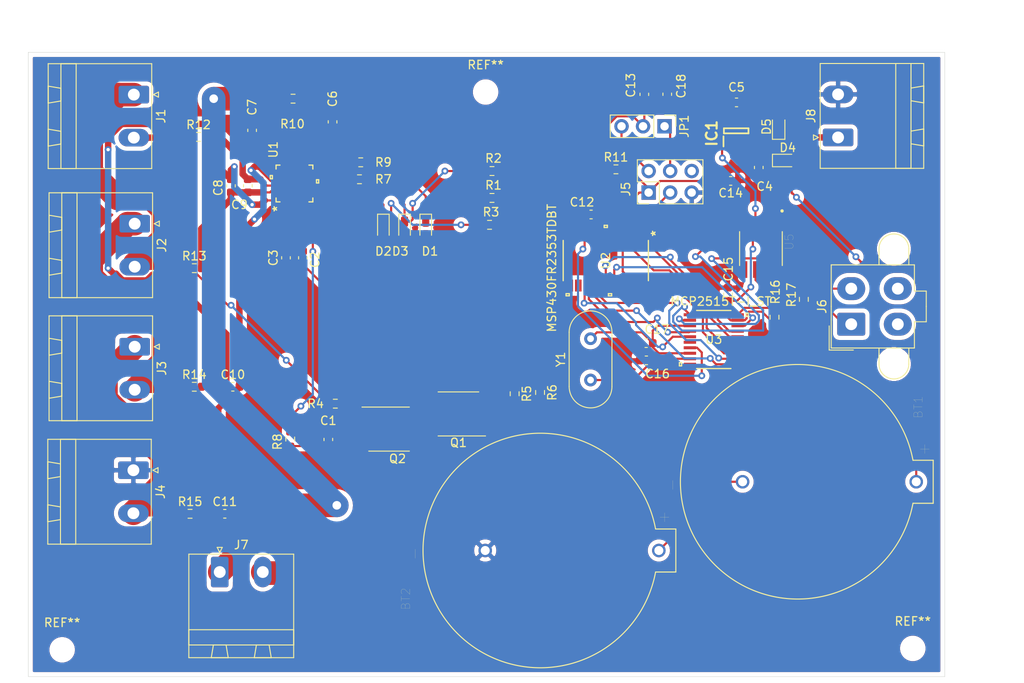
<source format=kicad_pcb>
(kicad_pcb (version 20171130) (host pcbnew "(5.1.7)-1")
  (layers (0 F.Cu signal) (31 B.Cu signal) (34 B.Paste user) (35 F.Paste user) (36 B.SilkS user) (37 F.SilkS user) (38 B.Mask user) (39 F.Mask user) (44 Edge.Cuts user))
  (net 0 "")
  (net 1 "Net-(C1-Pad2)")
  (net 2 "Net-(C1-Pad1)")
  (net 3 "Net-(C2-Pad1)")
  (net 4 "Net-(C2-Pad2)")
  (net 5 GND)
  (net 6 "Net-(C6-Pad1)")
  (net 7 "Net-(C7-Pad1)")
  (net 8 "Net-(C8-Pad1)")
  (net 9 "Net-(C8-Pad2)")
  (net 10 "Net-(C10-Pad1)")
  (net 11 "Net-(C10-Pad2)")
  (net 12 "Net-(C14-Pad2)")
  (net 13 "Net-(C16-Pad1)")
  (net 14 "Net-(C17-Pad1)")
  (net 15 "Net-(D1-Pad1)")
  (net 16 "Net-(D2-Pad1)")
  (net 17 "Net-(D3-Pad1)")
  (net 18 "Net-(J1-Pad1)")
  (net 19 "Net-(J2-Pad1)")
  (net 20 "Net-(J3-Pad1)")
  (net 21 "Net-(J5-Pad2)")
  (net 22 "Net-(J5-Pad3)")
  (net 23 "Net-(J5-Pad6)")
  (net 24 "Net-(J6-Pad1)")
  (net 25 "Net-(J6-Pad2)")
  (net 26 PositiveTerminal)
  (net 27 "Net-(Q1-Pad2)")
  (net 28 "Net-(R1-Pad2)")
  (net 29 "Net-(R2-Pad2)")
  (net 30 "Net-(R3-Pad2)")
  (net 31 "Net-(R5-Pad1)")
  (net 32 "Net-(R6-Pad1)")
  (net 33 "Net-(R7-Pad1)")
  (net 34 "Net-(R8-Pad1)")
  (net 35 "Net-(R9-Pad1)")
  (net 36 NegativeTerminal)
  (net 37 "Net-(R16-Pad1)")
  (net 38 "Net-(U1-Pad25)")
  (net 39 "Net-(U1-Pad19)")
  (net 40 "Net-(U1-Pad18)")
  (net 41 "Net-(U1-Pad16)")
  (net 42 "Net-(U1-Pad10)")
  (net 43 "Net-(U1-Pad5)")
  (net 44 "Net-(U2-Pad38)")
  (net 45 "Net-(U2-Pad37)")
  (net 46 "Net-(U2-Pad36)")
  (net 47 "Net-(U2-Pad35)")
  (net 48 "Net-(U2-Pad34)")
  (net 49 "Net-(U2-Pad33)")
  (net 50 "Net-(U2-Pad32)")
  (net 51 "Net-(U2-Pad31)")
  (net 52 "Net-(U2-Pad30)")
  (net 53 "Net-(U2-Pad28)")
  (net 54 "Net-(U2-Pad27)")
  (net 55 "Net-(U2-Pad26)")
  (net 56 "Net-(U2-Pad25)")
  (net 57 "Net-(U2-Pad24)")
  (net 58 "Net-(U2-Pad23)")
  (net 59 "Net-(U2-Pad22)")
  (net 60 "Net-(U2-Pad21)")
  (net 61 "Net-(U2-Pad20)")
  (net 62 "Net-(U2-Pad19)")
  (net 63 "Net-(U2-Pad15)")
  (net 64 "Net-(U2-Pad14)")
  (net 65 "Net-(U2-Pad13)")
  (net 66 "Net-(U2-Pad12)")
  (net 67 "Net-(U2-Pad7)")
  (net 68 "Net-(U2-Pad6)")
  (net 69 "Net-(U2-Pad5)")
  (net 70 "Net-(U2-Pad4)")
  (net 71 "Net-(U2-Pad3)")
  (net 72 "Net-(U2-Pad2)")
  (net 73 "Net-(U2-Pad1)")
  (net 74 "Net-(U3-Pad2)")
  (net 75 "Net-(U3-Pad1)")
  (net 76 "Net-(U5-Pad5)")
  (net 77 "Net-(U3-Pad15)")
  (net 78 "Net-(U3-Pad6)")
  (net 79 "Net-(Q1-Pad3)")
  (net 80 "Net-(C4-Pad2)")
  (net 81 +3V3)
  (net 82 "Net-(BT1-PadP)")
  (net 83 Ext3.3V)
  (net 84 "Net-(D5-Pad2)")
  (net 85 "Net-(BT1-PadN)")
  (module MountingHole:MountingHole_2mm (layer F.Cu) (at 43.07332 106.0577)
    (fp_text reference REF** (at 0 -3.2) (layer F.SilkS))
    (fp_text value MountingHole_2mm)
    (pad "" np_thru_hole circle (at 0 0) (size 2 2) (drill 2) (layers *.Cu *.Mask))
  )
  (module MountingHole:MountingHole_2mm (layer F.Cu) (at 93.07322 40.20058)
    (fp_text reference REF** (at 0 -3.2) (layer F.SilkS))
    (fp_text value MountingHole_2mm)
    (pad "" np_thru_hole circle (at 0 0) (size 2 2) (drill 2) (layers *.Cu *.Mask))
  )
  (module MountingHole:MountingHole_2mm (layer F.Cu) (at 143.51 105.89514)
    (fp_text reference REF** (at 0 -3.2) (layer F.SilkS))
    (fp_text value MountingHole_2mm)
    (pad "" np_thru_hole circle (at 0 0) (size 2 2) (drill 2) (layers *.Cu *.Mask))
  )
  (module Capacitor_SMD:C_0603_1608Metric (layer F.Cu) (at 74.5 81.225 270)
    (fp_text reference C1 (at -2.225 0 180) (layer F.SilkS))
    (fp_text value 0.1uF)
    (pad 1 smd roundrect (at -0.775 0 270) (size 0.9 0.95) (layers F.Cu F.Paste F.Mask) (net 2 "Net-(C1-Pad1)"))
    (pad 2 smd roundrect (at 0.775 0 270) (size 0.9 0.95) (layers F.Cu F.Paste F.Mask) (net 1 "Net-(C1-Pad2)"))
  )
  (module Capacitor_SMD:C_0603_1608Metric (layer F.Cu) (at 71.5 59.775 270)
    (fp_text reference C2 (at 0.225 -1.43 90) (layer F.SilkS))
    (fp_text value 0.47uF)
    (pad 2 smd roundrect (at 0.775 0 270) (size 0.9 0.95) (layers F.Cu F.Paste F.Mask) (net 4 "Net-(C2-Pad2)"))
    (pad 1 smd roundrect (at -0.775 0 270) (size 0.9 0.95) (layers F.Cu F.Paste F.Mask) (net 3 "Net-(C2-Pad1)"))
  )
  (module Capacitor_SMD:C_0603_1608Metric (layer F.Cu) (at 69.5 59.775 270)
    (fp_text reference C3 (at 0 1.5 90) (layer F.SilkS))
    (fp_text value 0.1uF)
    (pad 1 smd roundrect (at -0.775 0 270) (size 0.9 0.95) (layers F.Cu F.Paste F.Mask) (net 4 "Net-(C2-Pad2)"))
    (pad 2 smd roundrect (at 0.775 0 270) (size 0.9 0.95) (layers F.Cu F.Paste F.Mask) (net 5 GND))
  )
  (module Capacitor_SMD:C_0603_1608Metric (layer F.Cu) (at 125.3236 49.1106 90)
    (fp_text reference C4 (at -2.24312 0.69596 180) (layer F.SilkS))
    (fp_text value 100nF)
    (pad 2 smd roundrect (at 0.775 0 90) (size 0.9 0.95) (layers F.Cu F.Paste F.Mask) (net 80 "Net-(C4-Pad2)"))
    (pad 1 smd roundrect (at -0.775 0 90) (size 0.9 0.95) (layers F.Cu F.Paste F.Mask) (net 5 GND))
  )
  (module Capacitor_SMD:C_0603_1608Metric (layer F.Cu) (at 122.695 41.4274 180)
    (fp_text reference C5 (at 0.0003 1.79324) (layer F.SilkS))
    (fp_text value 100nF)
    (pad 1 smd roundrect (at -0.775 0 180) (size 0.9 0.95) (layers F.Cu F.Paste F.Mask) (net 5 GND))
    (pad 2 smd roundrect (at 0.775 0 180) (size 0.9 0.95) (layers F.Cu F.Paste F.Mask) (net 81 +3V3))
  )
  (module Capacitor_SMD:C_0603_1608Metric (layer F.Cu) (at 75 43.725 90)
    (fp_text reference C6 (at 2.725 0 90) (layer F.SilkS))
    (fp_text value 0.47uF)
    (pad 2 smd roundrect (at 0.775 0 90) (size 0.9 0.95) (layers F.Cu F.Paste F.Mask) (net 5 GND))
    (pad 1 smd roundrect (at -0.775 0 90) (size 0.9 0.95) (layers F.Cu F.Paste F.Mask) (net 6 "Net-(C6-Pad1)"))
  )
  (module Capacitor_SMD:C_0603_1608Metric (layer F.Cu) (at 65.5 44.725 90)
    (fp_text reference C7 (at 2.725 0 90) (layer F.SilkS))
    (fp_text value 0.47uF)
    (pad 2 smd roundrect (at 0.775 0 90) (size 0.9 0.95) (layers F.Cu F.Paste F.Mask) (net 5 GND))
    (pad 1 smd roundrect (at -0.775 0 90) (size 0.9 0.95) (layers F.Cu F.Paste F.Mask) (net 7 "Net-(C7-Pad1)"))
  )
  (module Capacitor_SMD:C_0603_1608Metric (layer F.Cu) (at 63 51.275 270)
    (fp_text reference C8 (at 0.225 1.5 90) (layer F.SilkS))
    (fp_text value 0.1uF)
    (pad 1 smd roundrect (at -0.775 0 270) (size 0.9 0.95) (layers F.Cu F.Paste F.Mask) (net 8 "Net-(C8-Pad1)"))
    (pad 2 smd roundrect (at 0.775 0 270) (size 0.9 0.95) (layers F.Cu F.Paste F.Mask) (net 9 "Net-(C8-Pad2)"))
  )
  (module Capacitor_SMD:C_0603_1608Metric (layer F.Cu) (at 65 51.275 90)
    (fp_text reference C9 (at -2.225 -1 180) (layer F.SilkS))
    (fp_text value 0.1uF)
    (pad 2 smd roundrect (at 0.775 0 90) (size 0.9 0.95) (layers F.Cu F.Paste F.Mask) (net 10 "Net-(C10-Pad1)"))
    (pad 1 smd roundrect (at -0.775 0 90) (size 0.9 0.95) (layers F.Cu F.Paste F.Mask) (net 9 "Net-(C8-Pad2)"))
  )
  (module Capacitor_SMD:C_0603_1608Metric (layer F.Cu) (at 63.225 75)
    (fp_text reference C10 (at 0 -1.43) (layer F.SilkS))
    (fp_text value 0.1uF)
    (pad 2 smd roundrect (at 0.775 0) (size 0.9 0.95) (layers F.Cu F.Paste F.Mask) (net 11 "Net-(C10-Pad2)"))
    (pad 1 smd roundrect (at -0.775 0) (size 0.9 0.95) (layers F.Cu F.Paste F.Mask) (net 10 "Net-(C10-Pad1)"))
  )
  (module Capacitor_SMD:C_0603_1608Metric (layer F.Cu) (at 62.275 90)
    (fp_text reference C11 (at 0 -1.43) (layer F.SilkS))
    (fp_text value 0.1uF)
    (pad 1 smd roundrect (at -0.775 0) (size 0.9 0.95) (layers F.Cu F.Paste F.Mask) (net 11 "Net-(C10-Pad2)"))
    (pad 2 smd roundrect (at 0.775 0) (size 0.9 0.95) (layers F.Cu F.Paste F.Mask) (net 5 GND))
  )
  (module Capacitor_SMD:C_0603_1608Metric (layer F.Cu) (at 105.5246 54.6608 180)
    (fp_text reference C12 (at 1.06964 1.45796) (layer F.SilkS))
    (fp_text value 100nF)
    (pad 1 smd roundrect (at -0.775 0 180) (size 0.9 0.95) (layers F.Cu F.Paste F.Mask) (net 81 +3V3))
    (pad 2 smd roundrect (at 0.775 0 180) (size 0.9 0.95) (layers F.Cu F.Paste F.Mask) (net 5 GND))
  )
  (module Capacitor_SMD:C_0603_1608Metric (layer F.Cu) (at 111.8108 40.4746 90)
    (fp_text reference C13 (at 1.06904 -1.60528 90) (layer F.SilkS))
    (fp_text value 10uF)
    (pad 2 smd roundrect (at 0.775 0 90) (size 0.9 0.95) (layers F.Cu F.Paste F.Mask) (net 5 GND))
    (pad 1 smd roundrect (at -0.775 0 90) (size 0.9 0.95) (layers F.Cu F.Paste F.Mask) (net 81 +3V3))
  )
  (module Capacitor_SMD:C_0603_1608Metric (layer F.Cu) (at 122.0086 50.6984 180)
    (fp_text reference C14 (at 0 -1.43) (layer F.SilkS))
    (fp_text value 1nF)
    (pad 1 smd roundrect (at -0.775 0 180) (size 0.9 0.95) (layers F.Cu F.Paste F.Mask) (net 5 GND))
    (pad 2 smd roundrect (at 0.775 0 180) (size 0.9 0.95) (layers F.Cu F.Paste F.Mask) (net 12 "Net-(C14-Pad2)"))
  )
  (module Capacitor_SMD:C_0603_1608Metric (layer F.Cu) (at 121.6914 64.0712 270)
    (fp_text reference C15 (at -2.9594 -0.0508 90) (layer F.SilkS))
    (fp_text value 0.1uF)
    (pad 2 smd roundrect (at 0.775 0 270) (size 0.9 0.95) (layers F.Cu F.Paste F.Mask) (net 81 +3V3))
    (pad 1 smd roundrect (at -0.775 0 270) (size 0.9 0.95) (layers F.Cu F.Paste F.Mask) (net 5 GND))
  )
  (module Capacitor_SMD:C_0603_1608Metric (layer F.Cu) (at 112.0518 71.882 180)
    (fp_text reference C16 (at -1.32364 -1.59512) (layer F.SilkS))
    (fp_text value 30p)
    (pad 1 smd roundrect (at -0.775 0 180) (size 0.9 0.95) (layers F.Cu F.Paste F.Mask) (net 13 "Net-(C16-Pad1)"))
    (pad 2 smd roundrect (at 0.775 0 180) (size 0.9 0.95) (layers F.Cu F.Paste F.Mask) (net 5 GND))
  )
  (module Capacitor_SMD:C_0603_1608Metric (layer F.Cu) (at 112.0264 69.85 180)
    (fp_text reference C17 (at -1.26268 1.6256) (layer F.SilkS))
    (fp_text value 30p)
    (pad 2 smd roundrect (at 0.775 0 180) (size 0.9 0.95) (layers F.Cu F.Paste F.Mask) (net 5 GND))
    (pad 1 smd roundrect (at -0.775 0 180) (size 0.9 0.95) (layers F.Cu F.Paste F.Mask) (net 14 "Net-(C17-Pad1)"))
  )
  (module Capacitor_SMD:C_0603_1608Metric (layer F.Cu) (at 114.5159 40.4625 270)
    (fp_text reference C18 (at -0.96042 -1.64338 90) (layer F.SilkS))
    (fp_text value 0.1uF)
    (pad 1 smd roundrect (at -0.775 0 270) (size 0.9 0.95) (layers F.Cu F.Paste F.Mask) (net 5 GND))
    (pad 2 smd roundrect (at 0.775 0 270) (size 0.9 0.95) (layers F.Cu F.Paste F.Mask) (net 81 +3V3))
  )
  (module Diode_SMD:D_0603_1608Metric_Castellated (layer F.Cu) (at 86 56.3125 270)
    (fp_text reference D1 (at 2.6875 -0.5 180) (layer F.SilkS))
    (fp_text value "4.7V Zener")
    (pad 2 smd roundrect (at 0.8125 0 270) (size 1.225 0.85) (layers F.Cu F.Paste F.Mask) (net 5 GND))
    (pad 1 smd roundrect (at -0.8125 0 270) (size 1.225 0.85) (layers F.Cu F.Paste F.Mask) (net 15 "Net-(D1-Pad1)"))
  )
  (module Diode_SMD:D_0603_1608Metric_Castellated (layer F.Cu) (at 83.5 56.3125 270)
    (fp_text reference D2 (at 2.6875 2.5 180) (layer F.SilkS))
    (fp_text value "4.7V Zener")
    (pad 1 smd roundrect (at -0.8125 0 270) (size 1.225 0.85) (layers F.Cu F.Paste F.Mask) (net 16 "Net-(D2-Pad1)"))
    (pad 2 smd roundrect (at 0.8125 0 270) (size 1.225 0.85) (layers F.Cu F.Paste F.Mask) (net 5 GND))
  )
  (module Diode_SMD:D_0603_1608Metric_Castellated (layer F.Cu) (at 81 56.3125 270)
    (fp_text reference D3 (at 2.6875 -2 180) (layer F.SilkS))
    (fp_text value "4.7V Zener")
    (pad 1 smd roundrect (at -0.8125 0 270) (size 1.225 0.85) (layers F.Cu F.Paste F.Mask) (net 17 "Net-(D3-Pad1)"))
    (pad 2 smd roundrect (at 0.8125 0 270) (size 1.225 0.85) (layers F.Cu F.Paste F.Mask) (net 5 GND))
  )
  (module CAN_control:SOT95P280X145-5N (layer F.Cu) (at 122.6566 44.7802 90)
    (fp_text reference IC1 (at -0.2976 -2.884 90) (layer F.SilkS) (effects (font (size 1.27 1.27) (thickness 0.254))))
    (fp_text value TPS7A2433DBVR hide)
    (pad 5 smd rect (at 1.25 -0.95 180) (size 0.6 1.2) (layers F.Cu F.Paste F.Mask) (net 81 +3V3))
    (pad 4 smd rect (at 1.25 0.95 180) (size 0.6 1.2) (layers F.Cu F.Paste F.Mask) (net 5 GND))
    (pad 3 smd rect (at -1.25 0.95 180) (size 0.6 1.2) (layers F.Cu F.Paste F.Mask) (net 80 "Net-(C4-Pad2)"))
    (pad 2 smd rect (at -1.25 0 180) (size 0.6 1.2) (layers F.Cu F.Paste F.Mask) (net 5 GND))
    (pad 1 smd rect (at -1.25 -0.95 180) (size 0.6 1.2) (layers F.Cu F.Paste F.Mask) (net 80 "Net-(C4-Pad2)"))
  )
  (module Connector_Phoenix_MSTB:PhoenixContact_MSTBA_2,5_2-G-5,08_1x02_P5.08mm_Horizontal (layer F.Cu) (at 51.5364 40.5072 270)
    (fp_text reference J1 (at 2.54 -3.2 90) (layer F.SilkS))
    (fp_text value Conn_01x02_Male)
    (pad 2 thru_hole oval (at 5.08 0 270) (size 2.08 3.6) (drill 1.4) (layers *.Cu *.Mask) (net 2 "Net-(C1-Pad1)"))
    (pad 1 thru_hole roundrect (at 0 0 270) (size 2.08 3.6) (drill 1.4) (layers *.Cu *.Mask) (roundrect_rratio 0.120192) (net 18 "Net-(J1-Pad1)"))
  )
  (module Connector_Phoenix_MSTB:PhoenixContact_MSTBA_2,5_2-G-5,08_1x02_P5.08mm_Horizontal (layer F.Cu) (at 51.638 55.7472 270)
    (fp_text reference J2 (at 2.54 -3.2 90) (layer F.SilkS))
    (fp_text value Conn_01x02_Male)
    (pad 2 thru_hole oval (at 5.08 0 270) (size 2.08 3.6) (drill 1.4) (layers *.Cu *.Mask) (net 18 "Net-(J1-Pad1)"))
    (pad 1 thru_hole roundrect (at 0 0 270) (size 2.08 3.6) (drill 1.4) (layers *.Cu *.Mask) (roundrect_rratio 0.120192) (net 19 "Net-(J2-Pad1)"))
  )
  (module Connector_Phoenix_MSTB:PhoenixContact_MSTBA_2,5_2-G-5,08_1x02_P5.08mm_Horizontal (layer F.Cu) (at 51.638 70.276 270)
    (fp_text reference J3 (at 2.54 -3.2 90) (layer F.SilkS))
    (fp_text value Conn_01x02_Male)
    (pad 1 thru_hole roundrect (at 0 0 270) (size 2.08 3.6) (drill 1.4) (layers *.Cu *.Mask) (roundrect_rratio 0.120192) (net 20 "Net-(J3-Pad1)"))
    (pad 2 thru_hole oval (at 5.08 0 270) (size 2.08 3.6) (drill 1.4) (layers *.Cu *.Mask) (net 19 "Net-(J2-Pad1)"))
  )
  (module Connector_Phoenix_MSTB:PhoenixContact_MSTBA_2,5_2-G-5,08_1x02_P5.08mm_Horizontal (layer F.Cu) (at 51.4856 84.8556 270)
    (fp_text reference J4 (at 2.54 -3.2 90) (layer F.SilkS))
    (fp_text value Conn_01x02_Male)
    (pad 1 thru_hole roundrect (at 0 0 270) (size 2.08 3.6) (drill 1.4) (layers *.Cu *.Mask) (roundrect_rratio 0.120192) (net 5 GND))
    (pad 2 thru_hole oval (at 5.08 0 270) (size 2.08 3.6) (drill 1.4) (layers *.Cu *.Mask) (net 20 "Net-(J3-Pad1)"))
  )
  (module Connector_PinHeader_2.54mm:PinHeader_2x03_P2.54mm_Vertical (layer F.Cu) (at 112.3188 52.07 90)
    (fp_text reference J5 (at 0.40132 -2.6924 90) (layer F.SilkS))
    (fp_text value Conn_02x03_Odd_Even)
    (pad 1 thru_hole rect (at 0 0 90) (size 1.7 1.7) (drill 1) (layers *.Cu *.Mask) (net 12 "Net-(C14-Pad2)"))
    (pad 2 thru_hole oval (at 2.54 0 90) (size 1.7 1.7) (drill 1) (layers *.Cu *.Mask) (net 21 "Net-(J5-Pad2)"))
    (pad 3 thru_hole oval (at 0 2.54 90) (size 1.7 1.7) (drill 1) (layers *.Cu *.Mask) (net 22 "Net-(J5-Pad3)"))
    (pad 4 thru_hole oval (at 2.54 2.54 90) (size 1.7 1.7) (drill 1) (layers *.Cu *.Mask) (net 83 Ext3.3V))
    (pad 5 thru_hole oval (at 0 5.08 90) (size 1.7 1.7) (drill 1) (layers *.Cu *.Mask) (net 5 GND))
    (pad 6 thru_hole oval (at 2.54 5.08 90) (size 1.7 1.7) (drill 1) (layers *.Cu *.Mask) (net 23 "Net-(J5-Pad6)"))
  )
  (module Connector_PinHeader_2.54mm:PinHeader_1x03_P2.54mm_Vertical (layer F.Cu) (at 114.1984 44.2468 270)
    (fp_text reference JP1 (at 0 -2.33 90) (layer F.SilkS))
    (fp_text value Jumper_NC_Dual)
    (pad 1 thru_hole rect (at 0 0 270) (size 1.7 1.7) (drill 1) (layers *.Cu *.Mask) (net 83 Ext3.3V))
    (pad 2 thru_hole oval (at 0 2.54 270) (size 1.7 1.7) (drill 1) (layers *.Cu *.Mask) (net 81 +3V3))
    (pad 3 thru_hole oval (at 0 5.08 270) (size 1.7 1.7) (drill 1) (layers *.Cu *.Mask) (net 21 "Net-(J5-Pad2)"))
  )
  (module Package_SON:VSONP-8-1EP_5x6_P1.27mm (layer F.Cu) (at 89.86266 78.2066 180)
    (fp_text reference Q1 (at 0 -3.4) (layer F.SilkS))
    (fp_text value Q_NMOS_DGS)
    (pad 3 smd rect (at 2.8 0.635 180) (size 0.7 0.7) (layers F.Cu F.Paste F.Mask) (net 79 "Net-(Q1-Pad3)"))
    (pad 3 smd rect (at 2.8 -0.635 180) (size 0.7 0.7) (layers F.Cu F.Paste F.Mask) (net 79 "Net-(Q1-Pad3)"))
    (pad 3 smd rect (at 2.8 -1.905 180) (size 0.7 0.7) (layers F.Cu F.Paste F.Mask) (net 79 "Net-(Q1-Pad3)"))
    (pad 3 smd rect (at 2.8 1.905 180) (size 0.7 0.7) (layers F.Cu F.Paste F.Mask) (net 79 "Net-(Q1-Pad3)"))
    (pad 2 smd rect (at -2.8 1.905 180) (size 0.7 0.7) (layers F.Cu F.Paste F.Mask) (net 27 "Net-(Q1-Pad2)"))
    (pad 1 smd rect (at -2.8 -1.905 180) (size 0.7 0.7) (layers F.Cu F.Paste F.Mask) (net 26 PositiveTerminal))
    (pad 1 smd rect (at -2.8 -0.635 180) (size 0.7 0.7) (layers F.Cu F.Paste F.Mask) (net 26 PositiveTerminal))
    (pad 1 smd rect (at -2.8 0.635 180) (size 0.7 0.7) (layers F.Cu F.Paste F.Mask) (net 26 PositiveTerminal))
    (pad 3 smd rect (at 0.33 0 180) (size 4.35 4.51) (layers F.Cu F.Mask) (net 79 "Net-(Q1-Pad3)"))
  )
  (module Package_SON:VSONP-8-1EP_5x6_P1.27mm (layer F.Cu) (at 81.67 80)
    (fp_text reference Q2 (at 1 3.5) (layer F.SilkS))
    (fp_text value Q_NMOS_DGS)
    (pad 3 smd rect (at 2.8 0.635) (size 0.7 0.7) (layers F.Cu F.Paste F.Mask) (net 79 "Net-(Q1-Pad3)"))
    (pad 3 smd rect (at 2.8 -0.635) (size 0.7 0.7) (layers F.Cu F.Paste F.Mask) (net 79 "Net-(Q1-Pad3)"))
    (pad 3 smd rect (at 2.8 -1.905) (size 0.7 0.7) (layers F.Cu F.Paste F.Mask) (net 79 "Net-(Q1-Pad3)"))
    (pad 3 smd rect (at 2.8 1.905) (size 0.7 0.7) (layers F.Cu F.Paste F.Mask) (net 79 "Net-(Q1-Pad3)"))
    (pad 2 smd rect (at -2.8 1.905) (size 0.7 0.7) (layers F.Cu F.Paste F.Mask) (net 1 "Net-(C1-Pad2)"))
    (pad 1 smd rect (at -2.8 -1.905) (size 0.7 0.7) (layers F.Cu F.Paste F.Mask) (net 2 "Net-(C1-Pad1)"))
    (pad 1 smd rect (at -2.8 -0.635) (size 0.7 0.7) (layers F.Cu F.Paste F.Mask) (net 2 "Net-(C1-Pad1)"))
    (pad 1 smd rect (at -2.8 0.635) (size 0.7 0.7) (layers F.Cu F.Paste F.Mask) (net 2 "Net-(C1-Pad1)"))
    (pad 3 smd rect (at 0.33 0) (size 4.35 4.51) (layers F.Cu F.Mask) (net 79 "Net-(Q1-Pad3)"))
  )
  (module Resistor_SMD:R_0603_1608Metric (layer F.Cu) (at 93.825 52.705)
    (fp_text reference R1 (at 0.175 -1.5) (layer F.SilkS))
    (fp_text value 150Ohm)
    (pad 1 smd roundrect (at -0.825 0) (size 0.8 0.95) (layers F.Cu F.Paste F.Mask) (net 15 "Net-(D1-Pad1)"))
    (pad 2 smd roundrect (at 0.825 0) (size 0.8 0.95) (layers F.Cu F.Paste F.Mask) (net 28 "Net-(R1-Pad2)"))
  )
  (module Resistor_SMD:R_0603_1608Metric (layer F.Cu) (at 93.825 49.53)
    (fp_text reference R2 (at 0.175 -1.5) (layer F.SilkS))
    (fp_text value 150Ohm)
    (pad 2 smd roundrect (at 0.825 0) (size 0.8 0.95) (layers F.Cu F.Paste F.Mask) (net 29 "Net-(R2-Pad2)"))
    (pad 1 smd roundrect (at -0.825 0) (size 0.8 0.95) (layers F.Cu F.Paste F.Mask) (net 16 "Net-(D2-Pad1)"))
  )
  (module Resistor_SMD:R_0603_1608Metric (layer F.Cu) (at 93.535 55.88)
    (fp_text reference R3 (at 0.175 -1.5) (layer F.SilkS))
    (fp_text value 150Ohm)
    (pad 1 smd roundrect (at -0.825 0) (size 0.8 0.95) (layers F.Cu F.Paste F.Mask) (net 17 "Net-(D3-Pad1)"))
    (pad 2 smd roundrect (at 0.825 0) (size 0.8 0.95) (layers F.Cu F.Paste F.Mask) (net 30 "Net-(R3-Pad2)"))
  )
  (module Resistor_SMD:R_0603_1608Metric (layer F.Cu) (at 75.325 77 180)
    (fp_text reference R4 (at 2.325 0) (layer F.SilkS))
    (fp_text value "10 Ohm")
    (pad 1 smd roundrect (at -0.825 0 180) (size 0.8 0.95) (layers F.Cu F.Paste F.Mask) (net 4 "Net-(C2-Pad2)"))
    (pad 2 smd roundrect (at 0.825 0 180) (size 0.8 0.95) (layers F.Cu F.Paste F.Mask) (net 2 "Net-(C1-Pad1)"))
  )
  (module Resistor_SMD:R_0603_1608Metric (layer F.Cu) (at 96.5 75.825 270)
    (fp_text reference R5 (at 0 -1.43 90) (layer F.SilkS))
    (fp_text value "100 Ohm")
    (pad 2 smd roundrect (at 0.825 0 270) (size 0.8 0.95) (layers F.Cu F.Paste F.Mask) (net 27 "Net-(Q1-Pad2)"))
    (pad 1 smd roundrect (at -0.825 0 270) (size 0.8 0.95) (layers F.Cu F.Paste F.Mask) (net 31 "Net-(R5-Pad1)"))
  )
  (module Resistor_SMD:R_0603_1608Metric (layer F.Cu) (at 99.5 75.675 270)
    (fp_text reference R6 (at 0 -1.43 90) (layer F.SilkS))
    (fp_text value 1kOhm)
    (pad 1 smd roundrect (at -0.825 0 270) (size 0.8 0.95) (layers F.Cu F.Paste F.Mask) (net 32 "Net-(R6-Pad1)"))
    (pad 2 smd roundrect (at 0.825 0 270) (size 0.8 0.95) (layers F.Cu F.Paste F.Mask) (net 26 PositiveTerminal))
  )
  (module Resistor_SMD:R_0603_1608Metric (layer F.Cu) (at 78.175 50.5)
    (fp_text reference R7 (at 2.825 0) (layer F.SilkS))
    (fp_text value 1kOhm)
    (pad 2 smd roundrect (at 0.825 0) (size 0.8 0.95) (layers F.Cu F.Paste F.Mask) (net 5 GND))
    (pad 1 smd roundrect (at -0.825 0) (size 0.8 0.95) (layers F.Cu F.Paste F.Mask) (net 33 "Net-(R7-Pad1)"))
  )
  (module Resistor_SMD:R_0603_1608Metric (layer F.Cu) (at 70 81.175 270)
    (fp_text reference R8 (at 0.325 1.5 90) (layer F.SilkS))
    (fp_text value "100 Ohm")
    (pad 1 smd roundrect (at -0.825 0 270) (size 0.8 0.95) (layers F.Cu F.Paste F.Mask) (net 34 "Net-(R8-Pad1)"))
    (pad 2 smd roundrect (at 0.825 0 270) (size 0.8 0.95) (layers F.Cu F.Paste F.Mask) (net 1 "Net-(C1-Pad2)"))
  )
  (module Resistor_SMD:R_0603_1608Metric (layer F.Cu) (at 78.325 48.5)
    (fp_text reference R9 (at 2.675 0) (layer F.SilkS))
    (fp_text value 10kOhm)
    (pad 2 smd roundrect (at 0.825 0) (size 0.8 0.95) (layers F.Cu F.Paste F.Mask) (net 5 GND))
    (pad 1 smd roundrect (at -0.825 0) (size 0.8 0.95) (layers F.Cu F.Paste F.Mask) (net 35 "Net-(R9-Pad1)"))
  )
  (module Resistor_SMD:R_0603_1608Metric (layer F.Cu) (at 70.33564 40.98798)
    (fp_text reference R10 (at -0.07486 2.98728) (layer F.SilkS))
    (fp_text value 5mOhm)
    (pad 2 smd roundrect (at 0.825 0) (size 0.8 0.95) (layers F.Cu F.Paste F.Mask) (net 5 GND))
    (pad 1 smd roundrect (at -0.825 0) (size 0.8 0.95) (layers F.Cu F.Paste F.Mask) (net 36 NegativeTerminal))
  )
  (module Resistor_SMD:R_0603_1608Metric (layer F.Cu) (at 108.458 49.3268)
    (fp_text reference R11 (at 0 -1.43) (layer F.SilkS))
    (fp_text value 47k)
    (pad 1 smd roundrect (at -0.825 0) (size 0.8 0.95) (layers F.Cu F.Paste F.Mask) (net 81 +3V3))
    (pad 2 smd roundrect (at 0.825 0) (size 0.8 0.95) (layers F.Cu F.Paste F.Mask) (net 12 "Net-(C14-Pad2)"))
  )
  (module Resistor_SMD:R_0603_1608Metric (layer F.Cu) (at 59.175 45.5)
    (fp_text reference R12 (at 0 -1.43) (layer F.SilkS))
    (fp_text value "50 Ohm")
    (pad 1 smd roundrect (at -0.825 0) (size 0.8 0.95) (layers F.Cu F.Paste F.Mask) (net 2 "Net-(C1-Pad1)"))
    (pad 2 smd roundrect (at 0.825 0) (size 0.8 0.95) (layers F.Cu F.Paste F.Mask) (net 8 "Net-(C8-Pad1)"))
  )
  (module Resistor_SMD:R_0603_1608Metric (layer F.Cu) (at 58.675 61)
    (fp_text reference R13 (at 0 -1.43) (layer F.SilkS))
    (fp_text value "50 Ohm")
    (pad 2 smd roundrect (at 0.825 0) (size 0.8 0.95) (layers F.Cu F.Paste F.Mask) (net 9 "Net-(C8-Pad2)"))
    (pad 1 smd roundrect (at -0.825 0) (size 0.8 0.95) (layers F.Cu F.Paste F.Mask) (net 18 "Net-(J1-Pad1)"))
  )
  (module Resistor_SMD:R_0603_1608Metric (layer F.Cu) (at 58.675 75)
    (fp_text reference R14 (at 0 -1.43) (layer F.SilkS))
    (fp_text value "50 Ohm")
    (pad 1 smd roundrect (at -0.825 0) (size 0.8 0.95) (layers F.Cu F.Paste F.Mask) (net 19 "Net-(J2-Pad1)"))
    (pad 2 smd roundrect (at 0.825 0) (size 0.8 0.95) (layers F.Cu F.Paste F.Mask) (net 10 "Net-(C10-Pad1)"))
  )
  (module Resistor_SMD:R_0603_1608Metric (layer F.Cu) (at 58.175 90)
    (fp_text reference R15 (at 0 -1.43) (layer F.SilkS))
    (fp_text value "50 Ohm")
    (pad 2 smd roundrect (at 0.825 0) (size 0.8 0.95) (layers F.Cu F.Paste F.Mask) (net 11 "Net-(C10-Pad2)"))
    (pad 1 smd roundrect (at -0.825 0) (size 0.8 0.95) (layers F.Cu F.Paste F.Mask) (net 20 "Net-(J3-Pad1)"))
  )
  (module Resistor_SMD:R_0603_1608Metric (layer F.Cu) (at 127.1778 66.7898 90)
    (fp_text reference R16 (at 2.984 0.1016 90) (layer F.SilkS))
    (fp_text value 10k)
    (pad 2 smd roundrect (at 0.825 0 90) (size 0.8 0.95) (layers F.Cu F.Paste F.Mask) (net 81 +3V3))
    (pad 1 smd roundrect (at -0.825 0 90) (size 0.8 0.95) (layers F.Cu F.Paste F.Mask) (net 37 "Net-(R16-Pad1)"))
  )
  (module CAN_control:MAX17320G20&plus_ (layer F.Cu) (at 70.5 51 90)
    (fp_text reference U1 (at 4 -2.5 90) (layer F.SilkS))
    (fp_text value MAX17320G20+ hide)
    (fp_text user * (at -2.9845 -2 90) (layer F.SilkS))
    (fp_text user * (at -2.9845 -2 90) (layer F.SilkS))
    (pad 25 smd rect (at 0 0 90) (size 2.6416 2.6416) (layers F.Cu F.Paste F.Mask) (net 38 "Net-(U1-Pad25)"))
    (pad 24 smd rect (at -1.25 -1.9431 90) (size 0.254 0.8128) (layers F.Cu F.Paste F.Mask) (net 8 "Net-(C8-Pad1)"))
    (pad 23 smd rect (at -0.750001 -1.9431 90) (size 0.254 0.8128) (layers F.Cu F.Paste F.Mask) (net 9 "Net-(C8-Pad2)"))
    (pad 22 smd rect (at -0.25 -1.9431 90) (size 0.254 0.8128) (layers F.Cu F.Paste F.Mask) (net 10 "Net-(C10-Pad1)"))
    (pad 21 smd rect (at 0.25 -1.9431 90) (size 0.254 0.8128) (layers F.Cu F.Paste F.Mask) (net 11 "Net-(C10-Pad2)"))
    (pad 20 smd rect (at 0.750001 -1.9431 90) (size 0.254 0.8128) (layers F.Cu F.Paste F.Mask) (net 5 GND))
    (pad 19 smd rect (at 1.25 -1.9431 90) (size 0.254 0.8128) (layers F.Cu F.Paste F.Mask) (net 39 "Net-(U1-Pad19)"))
    (pad 18 smd rect (at 1.9431 -1.25 180) (size 0.254 0.8128) (layers F.Cu F.Paste F.Mask) (net 40 "Net-(U1-Pad18)"))
    (pad 17 smd rect (at 1.9431 -0.750001 180) (size 0.254 0.8128) (layers F.Cu F.Paste F.Mask) (net 7 "Net-(C7-Pad1)"))
    (pad 16 smd rect (at 1.9431 -0.25 180) (size 0.254 0.8128) (layers F.Cu F.Paste F.Mask) (net 41 "Net-(U1-Pad16)"))
    (pad 15 smd rect (at 1.9431 0.25 180) (size 0.254 0.8128) (layers F.Cu F.Paste F.Mask) (net 5 GND))
    (pad 14 smd rect (at 1.9431 0.750001 180) (size 0.254 0.8128) (layers F.Cu F.Paste F.Mask) (net 36 NegativeTerminal))
    (pad 13 smd rect (at 1.9431 1.25 180) (size 0.254 0.8128) (layers F.Cu F.Paste F.Mask) (net 6 "Net-(C6-Pad1)"))
    (pad 12 smd rect (at 1.25 1.9431 90) (size 0.254 0.8128) (layers F.Cu F.Paste F.Mask) (net 35 "Net-(R9-Pad1)"))
    (pad 11 smd rect (at 0.750001 1.9431 90) (size 0.254 0.8128) (layers F.Cu F.Paste F.Mask) (net 33 "Net-(R7-Pad1)"))
    (pad 10 smd rect (at 0.25 1.9431 90) (size 0.254 0.8128) (layers F.Cu F.Paste F.Mask) (net 42 "Net-(U1-Pad10)"))
    (pad 9 smd rect (at -0.25 1.9431 90) (size 0.254 0.8128) (layers F.Cu F.Paste F.Mask) (net 15 "Net-(D1-Pad1)"))
    (pad 8 smd rect (at -0.750001 1.9431 90) (size 0.254 0.8128) (layers F.Cu F.Paste F.Mask) (net 16 "Net-(D2-Pad1)"))
    (pad 7 smd rect (at -1.25 1.9431 90) (size 0.254 0.8128) (layers F.Cu F.Paste F.Mask) (net 17 "Net-(D3-Pad1)"))
    (pad 6 smd rect (at -1.9431 1.25 180) (size 0.254 0.8128) (layers F.Cu F.Paste F.Mask) (net 32 "Net-(R6-Pad1)"))
    (pad 5 smd rect (at -1.9431 0.750001 180) (size 0.254 0.8128) (layers F.Cu F.Paste F.Mask) (net 43 "Net-(U1-Pad5)"))
    (pad 4 smd rect (at -1.9431 0.25 180) (size 0.254 0.8128) (layers F.Cu F.Paste F.Mask) (net 31 "Net-(R5-Pad1)"))
    (pad 3 smd rect (at -1.9431 -0.25 180) (size 0.254 0.8128) (layers F.Cu F.Paste F.Mask) (net 34 "Net-(R8-Pad1)"))
    (pad 2 smd rect (at -1.9431 -0.750001 180) (size 0.254 0.8128) (layers F.Cu F.Paste F.Mask) (net 3 "Net-(C2-Pad1)"))
    (pad 1 smd rect (at -1.9431 -1.25 180) (size 0.254 0.8128) (layers F.Cu F.Paste F.Mask) (net 4 "Net-(C2-Pad2)"))
  )
  (module CAN_control:MSP430FR2353TDBT (layer F.Cu) (at 107.260001 60.099948 270)
    (fp_text reference U2 (at 0 0 90) (layer F.SilkS))
    (fp_text value MSP430FR2353TDBT (at 0.883052 6.3755 90) (layer F.SilkS))
    (fp_text user * (at -3.20395 -5.9224 90) (layer F.SilkS))
    (fp_text user * (at -3.20395 -5.9224 90) (layer F.SilkS))
    (pad 38 smd rect (at 2.949948 -4.500001 270) (size 1.404099 0.2794) (layers F.Cu F.Paste F.Mask) (net 44 "Net-(U2-Pad38)"))
    (pad 37 smd rect (at 2.949948 -4 270) (size 1.404099 0.2794) (layers F.Cu F.Paste F.Mask) (net 45 "Net-(U2-Pad37)"))
    (pad 36 smd rect (at 2.949948 -3.500001 270) (size 1.404099 0.2794) (layers F.Cu F.Paste F.Mask) (net 46 "Net-(U2-Pad36)"))
    (pad 35 smd rect (at 2.949948 -2.999999 270) (size 1.404099 0.2794) (layers F.Cu F.Paste F.Mask) (net 47 "Net-(U2-Pad35)"))
    (pad 34 smd rect (at 2.949948 -2.5 270) (size 1.404099 0.2794) (layers F.Cu F.Paste F.Mask) (net 48 "Net-(U2-Pad34)"))
    (pad 33 smd rect (at 2.949948 -2.000001 270) (size 1.404099 0.2794) (layers F.Cu F.Paste F.Mask) (net 49 "Net-(U2-Pad33)"))
    (pad 32 smd rect (at 2.949948 -1.5 270) (size 1.404099 0.2794) (layers F.Cu F.Paste F.Mask) (net 50 "Net-(U2-Pad32)"))
    (pad 31 smd rect (at 2.949948 -1.000001 270) (size 1.404099 0.2794) (layers F.Cu F.Paste F.Mask) (net 51 "Net-(U2-Pad31)"))
    (pad 30 smd rect (at 2.949948 -0.500002 270) (size 1.404099 0.2794) (layers F.Cu F.Paste F.Mask) (net 52 "Net-(U2-Pad30)"))
    (pad 29 smd rect (at 2.949948 0 270) (size 1.404099 0.2794) (layers F.Cu F.Paste F.Mask) (net 37 "Net-(R16-Pad1)"))
    (pad 28 smd rect (at 2.949948 0.499999 270) (size 1.404099 0.2794) (layers F.Cu F.Paste F.Mask) (net 53 "Net-(U2-Pad28)"))
    (pad 27 smd rect (at 2.949948 1.000001 270) (size 1.404099 0.2794) (layers F.Cu F.Paste F.Mask) (net 54 "Net-(U2-Pad27)"))
    (pad 26 smd rect (at 2.949948 1.5 270) (size 1.404099 0.2794) (layers F.Cu F.Paste F.Mask) (net 55 "Net-(U2-Pad26)"))
    (pad 25 smd rect (at 2.949948 1.999999 270) (size 1.404099 0.2794) (layers F.Cu F.Paste F.Mask) (net 56 "Net-(U2-Pad25)"))
    (pad 24 smd rect (at 2.949948 2.5 270) (size 1.404099 0.2794) (layers F.Cu F.Paste F.Mask) (net 57 "Net-(U2-Pad24)"))
    (pad 23 smd rect (at 2.949948 2.999999 270) (size 1.404099 0.2794) (layers F.Cu F.Paste F.Mask) (net 58 "Net-(U2-Pad23)"))
    (pad 22 smd rect (at 2.949948 3.500001 270) (size 1.404099 0.2794) (layers F.Cu F.Paste F.Mask) (net 59 "Net-(U2-Pad22)"))
    (pad 21 smd rect (at 2.949948 4 270) (size 1.404099 0.2794) (layers F.Cu F.Paste F.Mask) (net 60 "Net-(U2-Pad21)"))
    (pad 20 smd rect (at 2.949948 4.499999 270) (size 1.404099 0.2794) (layers F.Cu F.Paste F.Mask) (net 61 "Net-(U2-Pad20)"))
    (pad 19 smd rect (at -2.949948 4.500001 270) (size 1.404099 0.2794) (layers F.Cu F.Paste F.Mask) (net 62 "Net-(U2-Pad19)"))
    (pad 18 smd rect (at -2.949948 4 270) (size 1.404099 0.2794) (layers F.Cu F.Paste F.Mask) (net 30 "Net-(R3-Pad2)"))
    (pad 17 smd rect (at -2.949948 3.500001 270) (size 1.404099 0.2794) (layers F.Cu F.Paste F.Mask) (net 28 "Net-(R1-Pad2)"))
    (pad 16 smd rect (at -2.949948 2.999999 270) (size 1.404099 0.2794) (layers F.Cu F.Paste F.Mask) (net 29 "Net-(R2-Pad2)"))
    (pad 15 smd rect (at -2.949948 2.5 270) (size 1.404099 0.2794) (layers F.Cu F.Paste F.Mask) (net 63 "Net-(U2-Pad15)"))
    (pad 14 smd rect (at -2.949948 2.000001 270) (size 1.404099 0.2794) (layers F.Cu F.Paste F.Mask) (net 64 "Net-(U2-Pad14)"))
    (pad 13 smd rect (at -2.949948 1.5 270) (size 1.404099 0.2794) (layers F.Cu F.Paste F.Mask) (net 65 "Net-(U2-Pad13)"))
    (pad 12 smd rect (at -2.949948 1.000001 270) (size 1.404099 0.2794) (layers F.Cu F.Paste F.Mask) (net 66 "Net-(U2-Pad12)"))
    (pad 11 smd rect (at -2.949948 0.499999 270) (size 1.404099 0.2794) (layers F.Cu F.Paste F.Mask) (net 5 GND))
    (pad 10 smd rect (at -2.949948 0 270) (size 1.404099 0.2794) (layers F.Cu F.Paste F.Mask) (net 81 +3V3))
    (pad 9 smd rect (at -2.949948 -0.499999 270) (size 1.404099 0.2794) (layers F.Cu F.Paste F.Mask) (net 12 "Net-(C14-Pad2)"))
    (pad 8 smd rect (at -2.949948 -1.000001 270) (size 1.404099 0.2794) (layers F.Cu F.Paste F.Mask) (net 22 "Net-(J5-Pad3)"))
    (pad 7 smd rect (at -2.949948 -1.5 270) (size 1.404099 0.2794) (layers F.Cu F.Paste F.Mask) (net 67 "Net-(U2-Pad7)"))
    (pad 6 smd rect (at -2.949948 -2.000001 270) (size 1.404099 0.2794) (layers F.Cu F.Paste F.Mask) (net 68 "Net-(U2-Pad6)"))
    (pad 5 smd rect (at -2.949948 -2.5 270) (size 1.404099 0.2794) (layers F.Cu F.Paste F.Mask) (net 69 "Net-(U2-Pad5)"))
    (pad 4 smd rect (at -2.949948 -2.999999 270) (size 1.404099 0.2794) (layers F.Cu F.Paste F.Mask) (net 70 "Net-(U2-Pad4)"))
    (pad 3 smd rect (at -2.949948 -3.500001 270) (size 1.404099 0.2794) (layers F.Cu F.Paste F.Mask) (net 71 "Net-(U2-Pad3)"))
    (pad 2 smd rect (at -2.949948 -4 270) (size 1.404099 0.2794) (layers F.Cu F.Paste F.Mask) (net 72 "Net-(U2-Pad2)"))
    (pad 1 smd rect (at -2.949948 -4.499999 270) (size 1.404099 0.2794) (layers F.Cu F.Paste F.Mask) (net 73 "Net-(U2-Pad1)"))
  )
  (module CAN_control:MCP2515T-I&slash_ST (layer F.Cu) (at 120.01 69.42)
    (fp_text reference U3 (at 0 0) (layer F.SilkS))
    (fp_text value MCP2515T-I_ST (at 0.8178 -4.4976) (layer F.SilkS))
    (pad 20 smd rect (at 2.8194 -2.924998) (size 1.461999 0.3548) (layers F.Cu F.Paste F.Mask) (net 81 +3V3))
    (pad 19 smd rect (at 2.8194 -2.274999) (size 1.461999 0.3548) (layers F.Cu F.Paste F.Mask) (net 37 "Net-(R16-Pad1)"))
    (pad 18 smd rect (at 2.8194 -1.624998) (size 1.461999 0.3548) (layers F.Cu F.Paste F.Mask) (net 51 "Net-(U2-Pad31)"))
    (pad 17 smd rect (at 2.8194 -0.974999) (size 1.461999 0.3548) (layers F.Cu F.Paste F.Mask) (net 70 "Net-(U2-Pad4)"))
    (pad 16 smd rect (at 2.8194 -0.324998) (size 1.461999 0.3548) (layers F.Cu F.Paste F.Mask) (net 69 "Net-(U2-Pad5)"))
    (pad 15 smd rect (at 2.8194 0.325001) (size 1.461999 0.3548) (layers F.Cu F.Paste F.Mask) (net 77 "Net-(U3-Pad15)"))
    (pad 14 smd rect (at 2.8194 0.975002) (size 1.461999 0.3548) (layers F.Cu F.Paste F.Mask) (net 68 "Net-(U2-Pad6)"))
    (pad 13 smd rect (at 2.8194 1.625001) (size 1.461999 0.3548) (layers F.Cu F.Paste F.Mask) (net 52 "Net-(U2-Pad30)"))
    (pad 12 smd rect (at 2.8194 2.275002) (size 1.461999 0.3548) (layers F.Cu F.Paste F.Mask) (net 54 "Net-(U2-Pad27)"))
    (pad 11 smd rect (at 2.8194 2.925) (size 1.461999 0.3548) (layers F.Cu F.Paste F.Mask) (net 55 "Net-(U2-Pad26)"))
    (pad 10 smd rect (at -2.8194 2.924998) (size 1.461999 0.3548) (layers F.Cu F.Paste F.Mask) (net 5 GND))
    (pad 9 smd rect (at -2.8194 2.274999) (size 1.461999 0.3548) (layers F.Cu F.Paste F.Mask) (net 13 "Net-(C16-Pad1)"))
    (pad 8 smd rect (at -2.8194 1.624998) (size 1.461999 0.3548) (layers F.Cu F.Paste F.Mask) (net 14 "Net-(C17-Pad1)"))
    (pad 7 smd rect (at -2.8194 0.974999) (size 1.461999 0.3548) (layers F.Cu F.Paste F.Mask) (net 63 "Net-(U2-Pad15)"))
    (pad 6 smd rect (at -2.8194 0.324998) (size 1.461999 0.3548) (layers F.Cu F.Paste F.Mask) (net 78 "Net-(U3-Pad6)"))
    (pad 5 smd rect (at -2.8194 -0.325001) (size 1.461999 0.3548) (layers F.Cu F.Paste F.Mask) (net 57 "Net-(U2-Pad24)"))
    (pad 4 smd rect (at -2.8194 -0.974999) (size 1.461999 0.3548) (layers F.Cu F.Paste F.Mask) (net 56 "Net-(U2-Pad25)"))
    (pad 3 smd rect (at -2.8194 -1.625001) (size 1.461999 0.3548) (layers F.Cu F.Paste F.Mask) (net 14 "Net-(C17-Pad1)"))
    (pad 2 smd rect (at -2.8194 -2.274999) (size 1.461999 0.3548) (layers F.Cu F.Paste F.Mask) (net 74 "Net-(U3-Pad2)"))
    (pad 1 smd rect (at -2.8194 -2.925) (size 1.461999 0.3548) (layers F.Cu F.Paste F.Mask) (net 75 "Net-(U3-Pad1)"))
  )
  (module CAN_control:SOIC127P600X175-8N (layer F.Cu) (at 125.5776 58.6852 270)
    (fp_text reference U5 (at -0.795 -3.332 90) (layer F.SilkS) (effects (font (thickness 0.015))))
    (fp_text value MAX3051ESA)
    (pad 8 smd rect (at 2.475 -1.905 270) (size 1.97 0.59) (layers F.Cu F.Paste F.Mask) (net 5 GND))
    (pad 7 smd rect (at 2.475 -0.635 270) (size 1.97 0.59) (layers F.Cu F.Paste F.Mask) (net 25 "Net-(J6-Pad2)"))
    (pad 6 smd rect (at 2.475 0.635 270) (size 1.97 0.59) (layers F.Cu F.Paste F.Mask) (net 24 "Net-(J6-Pad1)"))
    (pad 5 smd rect (at 2.475 1.905 270) (size 1.97 0.59) (layers F.Cu F.Paste F.Mask) (net 76 "Net-(U5-Pad5)"))
    (pad 4 smd rect (at -2.475 1.905 270) (size 1.97 0.59) (layers F.Cu F.Paste F.Mask) (net 74 "Net-(U3-Pad2)"))
    (pad 3 smd rect (at -2.475 0.635 270) (size 1.97 0.59) (layers F.Cu F.Paste F.Mask) (net 81 +3V3))
    (pad 2 smd rect (at -2.475 -0.635 270) (size 1.97 0.59) (layers F.Cu F.Paste F.Mask) (net 5 GND))
    (pad 1 smd rect (at -2.475 -1.905 270) (size 1.97 0.59) (layers F.Cu F.Paste F.Mask) (net 75 "Net-(U3-Pad1)"))
  )
  (module Crystal:Crystal_HC49-4H_Vertical (layer F.Cu) (at 105.4608 74.2061 90)
    (fp_text reference Y1 (at 2.44 -3.525 90) (layer F.SilkS))
    (fp_text value 8MHz)
    (pad 1 thru_hole circle (at 0 0 90) (size 1.5 1.5) (drill 0.8) (layers *.Cu *.Mask) (net 13 "Net-(C16-Pad1)"))
    (pad 2 thru_hole circle (at 4.88 0 90) (size 1.5 1.5) (drill 0.8) (layers *.Cu *.Mask) (net 14 "Net-(C17-Pad1)"))
  )
  (module Connector_Phoenix_MSTB:PhoenixContact_MSTBA_2,5_2-G-5,08_1x02_P5.08mm_Horizontal (layer F.Cu) (at 61.67882 96.8756)
    (fp_text reference J7 (at 2.54 -3.2) (layer F.SilkS))
    (fp_text value Conn_01x02_Male)
    (pad 2 thru_hole oval (at 5.08 0) (size 2.08 3.6) (drill 1.4) (layers *.Cu *.Mask) (net 26 PositiveTerminal))
    (pad 1 thru_hole roundrect (at 0 0) (size 2.08 3.6) (drill 1.4) (layers *.Cu *.Mask) (roundrect_rratio 0.120192) (net 36 NegativeTerminal))
  )
  (module Diode_SMD:D_0603_1608Metric (layer F.Cu) (at 128.4225 48.2854)
    (fp_text reference D4 (at 0.31994 -1.51384) (layer F.SilkS))
    (fp_text value D_Schottky)
    (pad 2 smd roundrect (at 0.7875 0) (size 0.875 0.95) (layers F.Cu F.Paste F.Mask) (net 82 "Net-(BT1-PadP)"))
    (pad 1 smd roundrect (at -0.7875 0) (size 0.875 0.95) (layers F.Cu F.Paste F.Mask) (net 80 "Net-(C4-Pad2)"))
  )
  (module Diode_SMD:D_0603_1608Metric (layer F.Cu) (at 127.67056 44.2976 90)
    (fp_text reference D5 (at 0 -1.43 90) (layer F.SilkS))
    (fp_text value D_Schottky)
    (pad 1 smd roundrect (at -0.7875 0 90) (size 0.875 0.95) (layers F.Cu F.Paste F.Mask) (net 80 "Net-(C4-Pad2)"))
    (pad 2 smd roundrect (at 0.7875 0 90) (size 0.875 0.95) (layers F.Cu F.Paste F.Mask) (net 84 "Net-(D5-Pad2)"))
  )
  (module Resistor_SMD:R_0603_1608Metric (layer F.Cu) (at 130.6449 64.6806 270)
    (fp_text reference R17 (at -0.5202 1.4732 90) (layer F.SilkS))
    (fp_text value 120)
    (pad 1 smd roundrect (at -0.825 0 270) (size 0.8 0.95) (layers F.Cu F.Paste F.Mask) (net 25 "Net-(J6-Pad2)"))
    (pad 2 smd roundrect (at 0.825 0 270) (size 0.8 0.95) (layers F.Cu F.Paste F.Mask) (net 24 "Net-(J6-Pad1)"))
  )
  (module CAN_control:BAT_BH1000G (layer F.Cu) (at 129.91338 86.21776 90)
    (fp_text reference BT1 (at 8.80872 14.2367 90) (layer F.SilkS) (effects (font (thickness 0.015))))
    (fp_text value BH1000G)
    (fp_text user - (at -0.381 -14.859 90) (layer F.SilkS) (effects (font (size 1.4 1.4) (thickness 0.015))))
    (fp_text user + (at 3.86334 14.8971 90) (layer F.SilkS) (effects (font (size 1.4 1.4) (thickness 0.015))))
    (pad P thru_hole circle (at 0 14 90) (size 1.6002 1.6002) (drill 1.0668) (layers *.Cu *.Mask) (net 82 "Net-(BT1-PadP)"))
    (pad N thru_hole circle (at 0 -6.5 90) (size 1.6002 1.6002) (drill 1.0668) (layers *.Cu *.Mask) (net 85 "Net-(BT1-PadN)"))
  )
  (module Connector_Molex:Molex_Mini-Fit_Jr_5566-04A2_2x02_P4.20mm_Vertical (layer F.Cu) (at 136.23798 67.61618 90)
    (fp_text reference J6 (at 2.1 -3.45 90) (layer F.SilkS))
    (fp_text value Conn_01x02_Female)
    (pad 1 thru_hole roundrect (at 0 0 90) (size 2.7 3.3) (drill 1.4) (layers *.Cu *.Mask) (roundrect_rratio 0.09259299999999999) (net 24 "Net-(J6-Pad1)"))
    (pad 2 thru_hole oval (at 4.2 0 90) (size 2.7 3.3) (drill 1.4) (layers *.Cu *.Mask) (net 25 "Net-(J6-Pad2)"))
    (pad 3 thru_hole oval (at 0 5.5 90) (size 2.7 3.3) (drill 1.4) (layers *.Cu *.Mask))
    (pad 4 thru_hole oval (at 4.2 5.5 90) (size 2.7 3.3) (drill 1.4) (layers *.Cu *.Mask))
    (pad "" np_thru_hole circle (at -4.7 5.04 90) (size 3 3) (drill 3) (layers *.Cu *.Mask))
    (pad "" np_thru_hole circle (at 8.9 5.04 90) (size 3 3) (drill 3) (layers *.Cu *.Mask))
  )
  (module Connector_Phoenix_MSTB:PhoenixContact_MSTBA_2,5_2-G-5,08_1x02_P5.08mm_Horizontal (layer F.Cu) (at 134.68604 45.56252 90)
    (fp_text reference J8 (at 2.54 -3.2 90) (layer F.SilkS))
    (fp_text value Conn_01x02_Male)
    (pad 1 thru_hole roundrect (at 0 0 90) (size 2.08 3.6) (drill 1.4) (layers *.Cu *.Mask) (roundrect_rratio 0.120192) (net 84 "Net-(D5-Pad2)"))
    (pad 2 thru_hole oval (at 5.08 0 90) (size 2.08 3.6) (drill 1.4) (layers *.Cu *.Mask) (net 5 GND))
  )
  (module CAN_control:BAT_BH1000G (layer F.Cu) (at 99.52482 94.33306 90)
    (fp_text reference BT2 (at -5.715 -15.875 90) (layer F.SilkS) (effects (font (thickness 0.015))))
    (fp_text value BH1000G)
    (fp_text user - (at -0.381 -14.859 90) (layer F.SilkS) (effects (font (size 1.4 1.4) (thickness 0.015))))
    (fp_text user + (at 3.91668 14.55674 90) (layer F.SilkS) (effects (font (size 1.4 1.4) (thickness 0.015))))
    (pad P thru_hole circle (at 0 14 90) (size 1.6002 1.6002) (drill 1.0668) (layers *.Cu *.Mask) (net 85 "Net-(BT1-PadN)"))
    (pad N thru_hole circle (at 0 -6.5 90) (size 1.6002 1.6002) (drill 1.0668) (layers *.Cu *.Mask) (net 5 GND))
  )
  (gr_line (start 39.08044 35.52698) (end 39.11854 35.52698) (layer Edge.Cuts) (width 0.05))
  (gr_line (start 39.08044 35.52952) (end 39.08044 35.52698) (layer Edge.Cuts) (width 0.05))
  (gr_line (start 39.08044 35.8013) (end 39.08044 35.52952) (layer Edge.Cuts) (width 0.05))
  (gr_line (start 147.28952 35.52698) (end 39.11854 35.52698) (layer Edge.Cuts) (width 0.05))
  (gr_line (start 147.28952 109.21746) (end 147.28952 35.52698) (layer Edge.Cuts) (width 0.05))
  (gr_line (start 39.08044 109.21746) (end 147.28952 109.21746) (layer Edge.Cuts) (width 0.05))
  (gr_line (start 39.08044 35.8013) (end 39.08044 109.21746) (layer Edge.Cuts) (width 0.05))
  (segment (start 74.595 81.905) (end 74.5 82) (width 0.25) (layer F.Cu) (net 1))
  (segment (start 78.87 81.905) (end 74.595 81.905) (width 0.25) (layer F.Cu) (net 1))
  (segment (start 74.5 82) (end 70 82) (width 0.25) (layer F.Cu) (net 1))
  (segment (start 58.2628 45.5872) (end 58.35 45.5) (width 0.76) (layer F.Cu) (net 2))
  (segment (start 51.5364 45.5872) (end 58.2628 45.5872) (width 0.76) (layer F.Cu) (net 2))
  (segment (start 74.685 80.635) (end 74.5 80.45) (width 0.25) (layer F.Cu) (net 2))
  (segment (start 78.87 80.635) (end 74.685 80.635) (width 0.25) (layer F.Cu) (net 2))
  (segment (start 74.5 80.45) (end 74.5 77) (width 0.25) (layer F.Cu) (net 2))
  (segment (start 78.87 78.095) (end 78.87 79.365) (width 0.25) (layer F.Cu) (net 2))
  (segment (start 78.87 79.365) (end 78.87 80.635) (width 0.25) (layer F.Cu) (net 2))
  (segment (start 58.57501 53.773872) (end 57.092699 52.291561) (width 0.25) (layer F.Cu) (net 2))
  (segment (start 57.092699 46.357301) (end 57.95 45.5) (width 0.25) (layer F.Cu) (net 2))
  (segment (start 57.092699 52.291561) (end 57.092699 46.357301) (width 0.25) (layer F.Cu) (net 2))
  (segment (start 57.95 45.5) (end 58.35 45.5) (width 0.25) (layer F.Cu) (net 2))
  (via (at 63.02 65.3796) (size 0.8) (drill 0.4) (layers F.Cu B.Cu) (net 2))
  (segment (start 62.662122 65.3796) (end 63.02 65.3796) (width 0.25) (layer F.Cu) (net 2))
  (segment (start 58.57501 61.292488) (end 62.662122 65.3796) (width 0.25) (layer F.Cu) (net 2))
  (segment (start 58.57501 53.773872) (end 58.57501 61.292488) (width 0.25) (layer F.Cu) (net 2))
  (via (at 69.53504 71.87438) (size 0.8) (drill 0.4) (layers F.Cu B.Cu) (net 2))
  (segment (start 63.02 65.3796) (end 69.51478 71.87438) (width 0.25) (layer B.Cu) (net 2))
  (segment (start 69.51478 71.87438) (end 69.53504 71.87438) (width 0.25) (layer B.Cu) (net 2))
  (segment (start 74.5 76.83934) (end 74.5 77) (width 0.25) (layer F.Cu) (net 2))
  (segment (start 69.53504 71.87438) (end 74.5 76.83934) (width 0.25) (layer F.Cu) (net 2))
  (segment (start 69.749999 55.433149) (end 69.95001 55.63316) (width 0.25) (layer F.Cu) (net 3))
  (segment (start 69.749999 52.9431) (end 69.749999 55.433149) (width 0.25) (layer F.Cu) (net 3))
  (segment (start 69.95001 57.45001) (end 71.5 59) (width 0.25) (layer F.Cu) (net 3))
  (segment (start 69.95001 55.63316) (end 69.95001 57.45001) (width 0.25) (layer F.Cu) (net 3))
  (segment (start 69.95 59) (end 71.5 60.55) (width 0.25) (layer F.Cu) (net 4))
  (segment (start 69.5 59) (end 69.95 59) (width 0.25) (layer F.Cu) (net 4))
  (segment (start 76.15 65.2) (end 71.5 60.55) (width 0.25) (layer F.Cu) (net 4))
  (segment (start 76.15 77) (end 76.15 65.2) (width 0.25) (layer F.Cu) (net 4))
  (segment (start 69.5 55.81956) (end 69.5 59) (width 0.25) (layer F.Cu) (net 4))
  (segment (start 69.25 55.56956) (end 69.5 55.81956) (width 0.25) (layer F.Cu) (net 4))
  (segment (start 69.25 52.9431) (end 69.25 55.56956) (width 0.25) (layer F.Cu) (net 4))
  (segment (start 106.760002 56.348622) (end 106.760002 57.15) (width 0.25) (layer F.Cu) (net 5))
  (segment (start 105.87219 55.46081) (end 106.760002 56.348622) (width 0.25) (layer F.Cu) (net 5))
  (segment (start 105.54961 55.46081) (end 105.87219 55.46081) (width 0.25) (layer F.Cu) (net 5))
  (segment (start 104.7496 54.6608) (end 105.54961 55.46081) (width 0.25) (layer F.Cu) (net 5))
  (segment (start 67.938497 50.249999) (end 67.50558 49.817082) (width 0.25) (layer F.Cu) (net 5))
  (segment (start 68.5569 50.249999) (end 67.938497 50.249999) (width 0.25) (layer F.Cu) (net 5))
  (segment (start 67.50558 49.817082) (end 67.50558 49.23536) (width 0.25) (layer F.Cu) (net 5))
  (segment (start 70.702001 48.48891) (end 69.652671 47.43958) (width 0.25) (layer F.Cu) (net 5))
  (segment (start 70.702001 49.008901) (end 70.702001 48.48891) (width 0.25) (layer F.Cu) (net 5))
  (segment (start 70.75 49.0569) (end 70.702001 49.008901) (width 0.25) (layer F.Cu) (net 5))
  (segment (start 69.652671 47.43958) (end 69.45884 47.43958) (width 0.25) (layer F.Cu) (net 5))
  (segment (start 111.2768 71.882) (end 109.6645 71.882) (width 0.25) (layer F.Cu) (net 5))
  (segment (start 117.1906 72.344998) (end 117.1906 73.3856) (width 0.25) (layer F.Cu) (net 5))
  (segment (start 75 44.5) (end 75 46.1839) (width 0.25) (layer F.Cu) (net 6))
  (segment (start 75 46.1839) (end 72.127 49.0569) (width 0.25) (layer F.Cu) (net 6))
  (segment (start 72.127 49.0569) (end 71.75 49.0569) (width 0.25) (layer F.Cu) (net 6))
  (segment (start 67.038662 45.5) (end 65.5 45.5) (width 0.25) (layer F.Cu) (net 7))
  (segment (start 68.32346 46.784798) (end 67.038662 45.5) (width 0.25) (layer F.Cu) (net 7))
  (segment (start 68.907119 48.325499) (end 68.32346 47.74184) (width 0.25) (layer F.Cu) (net 7))
  (segment (start 69.637001 48.325499) (end 68.907119 48.325499) (width 0.25) (layer F.Cu) (net 7))
  (segment (start 69.702001 48.390499) (end 69.637001 48.325499) (width 0.25) (layer F.Cu) (net 7))
  (segment (start 68.32346 47.74184) (end 68.32346 46.784798) (width 0.25) (layer F.Cu) (net 7))
  (segment (start 69.702001 49.0569) (end 69.702001 48.390499) (width 0.25) (layer F.Cu) (net 7))
  (segment (start 69.749999 49.0569) (end 69.702001 49.0569) (width 0.25) (layer F.Cu) (net 7))
  (segment (start 68.5569 52.25) (end 67.8069 53) (width 0.25) (layer F.Cu) (net 8))
  (segment (start 67.8069 53) (end 67 53) (width 0.25) (layer F.Cu) (net 8))
  (via (at 65.5 53.5) (size 0.8) (drill 0.4) (layers F.Cu B.Cu) (net 8))
  (segment (start 65.5 53.5) (end 66.5 53.5) (width 0.76) (layer F.Cu) (net 8))
  (segment (start 66.5 53.5) (end 67 53) (width 0.76) (layer F.Cu) (net 8))
  (segment (start 60 45.5) (end 60 47.5) (width 0.76) (layer F.Cu) (net 8))
  (segment (start 60 47.5) (end 63 50.5) (width 0.76) (layer F.Cu) (net 8))
  (segment (start 63 50.5) (end 63 49.41529) (width 0.76) (layer F.Cu) (net 8))
  (via (at 63.404348 49.010942) (size 0.8) (drill 0.4) (layers F.Cu B.Cu) (net 8))
  (segment (start 63 49.41529) (end 63.404348 49.010942) (width 0.76) (layer F.Cu) (net 8))
  (segment (start 65.5 53.5) (end 63.404348 51.404348) (width 0.76) (layer B.Cu) (net 8))
  (segment (start 63.404348 51.404348) (end 63.404348 49.010942) (width 0.76) (layer B.Cu) (net 8))
  (segment (start 63 52.05) (end 65 52.05) (width 0.76) (layer F.Cu) (net 9))
  (segment (start 65 52.05) (end 66.45 52.05) (width 0.76) (layer F.Cu) (net 9))
  (segment (start 67.600501 52.05) (end 66.45 52.05) (width 0.25) (layer F.Cu) (net 9))
  (segment (start 67.9005 51.750001) (end 67.600501 52.05) (width 0.25) (layer F.Cu) (net 9))
  (segment (start 68.5569 51.750001) (end 67.9005 51.750001) (width 0.25) (layer F.Cu) (net 9))
  (segment (start 59.5 61) (end 59.5 56.343722) (width 0.76) (layer F.Cu) (net 9))
  (segment (start 63 52.843722) (end 63 52.05) (width 0.76) (layer F.Cu) (net 9))
  (segment (start 59.5 56.343722) (end 63 52.843722) (width 0.76) (layer F.Cu) (net 9))
  (segment (start 59.5 75) (end 62 75) (width 0.76) (layer F.Cu) (net 10))
  (segment (start 62 75) (end 62.45 75) (width 0.76) (layer F.Cu) (net 10))
  (segment (start 65 50.5) (end 66.5 50.5) (width 0.76) (layer F.Cu) (net 10))
  (via (at 48.5 61) (size 0.8) (drill 0.4) (layers F.Cu B.Cu) (net 10))
  (via (at 48.5 47) (size 0.8) (drill 0.4) (layers F.Cu B.Cu) (net 10))
  (segment (start 48.5 61) (end 48.5 47) (width 0.76) (layer B.Cu) (net 10))
  (segment (start 49.41615 61.65639) (end 49.15639 61.65639) (width 0.76) (layer F.Cu) (net 10))
  (segment (start 49.15639 61.65639) (end 48.5 61) (width 0.76) (layer F.Cu) (net 10))
  (segment (start 53.06903 62.44721) (end 50.20697 62.44721) (width 0.76) (layer F.Cu) (net 10))
  (segment (start 53.72903 61.78721) (end 53.06903 62.44721) (width 0.76) (layer F.Cu) (net 10))
  (segment (start 50.20697 62.44721) (end 49.41615 61.65639) (width 0.76) (layer F.Cu) (net 10))
  (segment (start 55.46515 61.78721) (end 53.72903 61.78721) (width 0.76) (layer F.Cu) (net 10))
  (segment (start 62.45 68.77206) (end 55.46515 61.78721) (width 0.76) (layer F.Cu) (net 10))
  (segment (start 62.45 75) (end 62.45 68.77206) (width 0.76) (layer F.Cu) (net 10))
  (segment (start 48.5 47) (end 48.5 45.57256) (width 0.76) (layer F.Cu) (net 10))
  (segment (start 48.5 45.57256) (end 50.10537 43.96719) (width 0.76) (layer F.Cu) (net 10))
  (segment (start 64.384358 49.884358) (end 65 50.5) (width 0.76) (layer F.Cu) (net 10))
  (segment (start 60.16571 43.96719) (end 64.384358 48.185838) (width 0.76) (layer F.Cu) (net 10))
  (segment (start 50.10537 43.96719) (end 60.16571 43.96719) (width 0.76) (layer F.Cu) (net 10))
  (segment (start 64.384358 48.185838) (end 64.384358 49.884358) (width 0.76) (layer F.Cu) (net 10))
  (segment (start 67.25 51.25) (end 66.5 50.5) (width 0.25) (layer F.Cu) (net 10))
  (segment (start 68.5569 51.25) (end 67.25 51.25) (width 0.25) (layer F.Cu) (net 10))
  (segment (start 59 90) (end 61.5 90) (width 0.76) (layer F.Cu) (net 11))
  (segment (start 64 75.063458) (end 64 75) (width 0.76) (layer F.Cu) (net 11))
  (segment (start 61.5 77.563458) (end 64 75.063458) (width 0.76) (layer F.Cu) (net 11))
  (segment (start 61.5 90) (end 61.5 77.563458) (width 0.76) (layer F.Cu) (net 11))
  (segment (start 64 75) (end 64 57) (width 0.76) (layer F.Cu) (net 11))
  (via (at 65.777836 55.222164) (size 0.8) (drill 0.4) (layers F.Cu B.Cu) (net 11))
  (segment (start 64 57) (end 65.777836 55.222164) (width 0.76) (layer F.Cu) (net 11))
  (segment (start 66.84432 50.92868) (end 65.36436 49.44872) (width 0.76) (layer B.Cu) (net 11))
  (segment (start 66.84432 54.15568) (end 66.84432 50.92868) (width 0.76) (layer B.Cu) (net 11))
  (segment (start 65.81308 49) (end 65.36436 49.44872) (width 0.76) (layer F.Cu) (net 11))
  (segment (start 66.28691 49) (end 65.81308 49) (width 0.76) (layer F.Cu) (net 11))
  (segment (start 65.777836 55.222164) (end 66.84432 54.15568) (width 0.76) (layer B.Cu) (net 11))
  (via (at 65.36436 49.44872) (size 0.8) (drill 0.4) (layers F.Cu B.Cu) (net 11))
  (segment (start 66.28691 49.28923) (end 66.28691 49) (width 0.25) (layer F.Cu) (net 11))
  (segment (start 68.5089 50.702) (end 67.69968 50.702) (width 0.25) (layer F.Cu) (net 11))
  (segment (start 68.5569 50.75) (end 68.5089 50.702) (width 0.25) (layer F.Cu) (net 11))
  (segment (start 67.69968 50.702) (end 66.28691 49.28923) (width 0.25) (layer F.Cu) (net 11))
  (segment (start 107.76 55.5288) (end 107.76 57.15) (width 0.25) (layer F.Cu) (net 12))
  (segment (start 111.2188 52.07) (end 107.76 55.5288) (width 0.25) (layer F.Cu) (net 12))
  (segment (start 112.3188 52.07) (end 111.2188 52.07) (width 0.25) (layer F.Cu) (net 12))
  (segment (start 109.283 49.3268) (end 109.5756 49.3268) (width 0.25) (layer F.Cu) (net 12))
  (segment (start 109.283 49.3268) (end 110.0582 49.3268) (width 0.25) (layer F.Cu) (net 12))
  (segment (start 112.3188 51.5874) (end 112.3188 52.07) (width 0.25) (layer F.Cu) (net 12))
  (segment (start 110.0582 49.3268) (end 112.3188 51.5874) (width 0.25) (layer F.Cu) (net 12))
  (segment (start 121.226999 50.705001) (end 121.2336 50.6984) (width 0.25) (layer F.Cu) (net 12))
  (segment (start 113.683799 50.705001) (end 121.226999 50.705001) (width 0.25) (layer F.Cu) (net 12))
  (segment (start 112.3188 52.07) (end 113.683799 50.705001) (width 0.25) (layer F.Cu) (net 12))
  (segment (start 110.5027 74.2061) (end 112.8268 71.882) (width 0.25) (layer F.Cu) (net 13))
  (segment (start 105.4608 74.2061) (end 110.5027 74.2061) (width 0.25) (layer F.Cu) (net 13))
  (segment (start 113.013801 71.694999) (end 112.8268 71.882) (width 0.25) (layer F.Cu) (net 13))
  (segment (start 117.1906 71.694999) (end 113.013801 71.694999) (width 0.25) (layer F.Cu) (net 13))
  (segment (start 111.527501 68.576101) (end 112.8014 69.85) (width 0.25) (layer F.Cu) (net 14))
  (segment (start 106.210799 68.576101) (end 111.527501 68.576101) (width 0.25) (layer F.Cu) (net 14))
  (segment (start 105.4608 69.3261) (end 106.210799 68.576101) (width 0.25) (layer F.Cu) (net 14))
  (segment (start 117.1906 71.044998) (end 113.521398 71.044998) (width 0.25) (layer F.Cu) (net 14))
  (segment (start 113.521398 71.044998) (end 112.8014 70.325) (width 0.25) (layer F.Cu) (net 14))
  (segment (start 112.8014 70.325) (end 112.8014 69.85) (width 0.25) (layer F.Cu) (net 14))
  (segment (start 112.8014 68.37172) (end 112.8014 69.85) (width 0.25) (layer F.Cu) (net 14))
  (segment (start 113.378121 67.794999) (end 112.8014 68.37172) (width 0.25) (layer F.Cu) (net 14))
  (segment (start 117.1906 67.794999) (end 113.378121 67.794999) (width 0.25) (layer F.Cu) (net 14))
  (segment (start 73.0995 51.25) (end 73.3495 51.5) (width 0.25) (layer F.Cu) (net 15))
  (segment (start 72.4431 51.25) (end 73.0995 51.25) (width 0.25) (layer F.Cu) (net 15))
  (segment (start 73.3495 51.5) (end 85 51.5) (width 0.25) (layer F.Cu) (net 15))
  (segment (start 85 51.5) (end 86 52.5) (width 0.25) (layer F.Cu) (net 15))
  (segment (start 92.795 52.5) (end 93 52.705) (width 0.25) (layer F.Cu) (net 15))
  (segment (start 86 52.5) (end 86 55.5) (width 0.25) (layer F.Cu) (net 15))
  (segment (start 86 55.5) (end 88.795 52.705) (width 0.25) (layer F.Cu) (net 15))
  (segment (start 88.795 52.705) (end 93 52.705) (width 0.25) (layer F.Cu) (net 15))
  (segment (start 72.963091 51.750001) (end 73.21309 52) (width 0.25) (layer F.Cu) (net 16))
  (segment (start 72.4431 51.750001) (end 72.963091 51.750001) (width 0.25) (layer F.Cu) (net 16))
  (segment (start 73.21309 52) (end 82 52) (width 0.25) (layer F.Cu) (net 16))
  (segment (start 83.5 53.5) (end 83.5 55.5) (width 0.25) (layer F.Cu) (net 16))
  (segment (start 82 52) (end 83.5 53.5) (width 0.25) (layer F.Cu) (net 16))
  (via (at 84.455 53.34) (size 0.8) (drill 0.4) (layers F.Cu B.Cu) (net 16))
  (segment (start 84.295 53.5) (end 84.455 53.34) (width 0.25) (layer F.Cu) (net 16))
  (via (at 88.265 49.53) (size 0.8) (drill 0.4) (layers F.Cu B.Cu) (net 16))
  (segment (start 84.455 53.34) (end 88.265 49.53) (width 0.25) (layer B.Cu) (net 16))
  (segment (start 88.265 49.53) (end 93 49.53) (width 0.25) (layer F.Cu) (net 16))
  (segment (start 83.5 55.5) (end 84.2 55.5) (width 0.25) (layer F.Cu) (net 16))
  (segment (start 84.455 55.245) (end 84.455 53.34) (width 0.25) (layer F.Cu) (net 16))
  (segment (start 84.2 55.5) (end 84.455 55.245) (width 0.25) (layer F.Cu) (net 16))
  (segment (start 72.4431 52.25) (end 72.6931 52.5) (width 0.25) (layer F.Cu) (net 17))
  (segment (start 72.6931 52.5) (end 80 52.5) (width 0.25) (layer F.Cu) (net 17))
  (segment (start 81 53.5) (end 81 55.5) (width 0.25) (layer F.Cu) (net 17))
  (via (at 81.915 53.34) (size 0.8) (drill 0.4) (layers F.Cu B.Cu) (net 17))
  (segment (start 82 53.425) (end 81.915 53.34) (width 0.25) (layer F.Cu) (net 17))
  (segment (start 82 53.5) (end 82 53.425) (width 0.25) (layer F.Cu) (net 17))
  (via (at 90.17 55.88) (size 0.8) (drill 0.4) (layers F.Cu B.Cu) (net 17))
  (segment (start 84.455 55.88) (end 90.17 55.88) (width 0.25) (layer B.Cu) (net 17))
  (segment (start 81.915 53.34) (end 84.455 55.88) (width 0.25) (layer B.Cu) (net 17))
  (segment (start 90.17 55.88) (end 92.71 55.88) (width 0.25) (layer F.Cu) (net 17))
  (segment (start 80 52.5) (end 80.425 52.925) (width 0.25) (layer F.Cu) (net 17))
  (segment (start 80.425 52.925) (end 81 53.5) (width 0.25) (layer F.Cu) (net 17))
  (segment (start 81 55.5) (end 81.66 55.5) (width 0.25) (layer F.Cu) (net 17))
  (segment (start 81.915 55.245) (end 81.915 53.34) (width 0.25) (layer F.Cu) (net 17))
  (segment (start 81.66 55.5) (end 81.915 55.245) (width 0.25) (layer F.Cu) (net 17))
  (segment (start 57.6772 60.8272) (end 57.85 61) (width 0.76) (layer F.Cu) (net 18))
  (segment (start 51.638 60.8272) (end 57.6772 60.8272) (width 0.76) (layer F.Cu) (net 18))
  (segment (start 51.993 60.4722) (end 51.638 60.4722) (width 2.79) (layer F.Cu) (net 18))
  (segment (start 53.59723 52.75719) (end 55.03301 54.19297) (width 2.79) (layer F.Cu) (net 18))
  (segment (start 46.504999 49.652059) (end 49.61013 52.75719) (width 2.79) (layer F.Cu) (net 18))
  (segment (start 55.03301 57.43219) (end 51.993 60.4722) (width 2.79) (layer F.Cu) (net 18))
  (segment (start 49.61013 52.75719) (end 53.59723 52.75719) (width 2.79) (layer F.Cu) (net 18))
  (segment (start 46.504999 43.738601) (end 46.504999 49.652059) (width 2.79) (layer F.Cu) (net 18))
  (segment (start 49.7364 40.5072) (end 46.504999 43.738601) (width 2.79) (layer F.Cu) (net 18))
  (segment (start 55.03301 54.19297) (end 55.03301 57.43219) (width 2.79) (layer F.Cu) (net 18))
  (segment (start 51.5364 40.5072) (end 49.7364 40.5072) (width 2.79) (layer F.Cu) (net 18))
  (segment (start 57.494 75.356) (end 57.85 75) (width 0.76) (layer F.Cu) (net 19))
  (segment (start 51.638 75.356) (end 57.494 75.356) (width 0.76) (layer F.Cu) (net 19))
  (segment (start 50.800198 55.7472) (end 51.638 55.7472) (width 2.79) (layer F.Cu) (net 19))
  (segment (start 46.504999 60.042399) (end 50.800198 55.7472) (width 2.79) (layer F.Cu) (net 19))
  (segment (start 46.504999 61.957601) (end 46.504999 60.042399) (width 2.79) (layer F.Cu) (net 19))
  (segment (start 48.969618 64.42222) (end 46.504999 61.957601) (width 2.79) (layer F.Cu) (net 19))
  (segment (start 51.27518 64.42222) (end 48.969618 64.42222) (width 2.79) (layer F.Cu) (net 19))
  (segment (start 55.03301 68.18005) (end 51.27518 64.42222) (width 2.79) (layer F.Cu) (net 19))
  (segment (start 55.03301 71.96099) (end 55.03301 68.18005) (width 2.79) (layer F.Cu) (net 19))
  (segment (start 51.638 75.356) (end 55.03301 71.96099) (width 2.79) (layer F.Cu) (net 19))
  (segment (start 57.2856 89.9356) (end 57.35 90) (width 0.76) (layer F.Cu) (net 20))
  (segment (start 51.4856 89.9356) (end 57.2856 89.9356) (width 0.76) (layer F.Cu) (net 20))
  (segment (start 48.24299 73.67101) (end 51.638 70.276) (width 2.79) (layer F.Cu) (net 20))
  (segment (start 48.24299 76.447456) (end 48.24299 73.67101) (width 2.79) (layer F.Cu) (net 20))
  (segment (start 54.88061 83.085076) (end 48.24299 76.447456) (width 2.79) (layer F.Cu) (net 20))
  (segment (start 54.88061 86.40983) (end 54.88061 83.085076) (width 2.79) (layer F.Cu) (net 20))
  (segment (start 51.4856 89.80484) (end 54.88061 86.40983) (width 2.79) (layer F.Cu) (net 20))
  (segment (start 51.4856 89.9356) (end 51.4856 89.80484) (width 2.79) (layer F.Cu) (net 20))
  (segment (start 109.1184 46.3296) (end 112.3188 49.53) (width 0.25) (layer F.Cu) (net 21))
  (segment (start 109.1184 44.2468) (end 109.1184 46.3296) (width 0.25) (layer F.Cu) (net 21))
  (segment (start 108.260002 55.665208) (end 108.260002 57.15) (width 0.25) (layer F.Cu) (net 22))
  (segment (start 113.236395 53.692405) (end 110.232805 53.692405) (width 0.25) (layer F.Cu) (net 22))
  (segment (start 114.8588 52.07) (end 113.236395 53.692405) (width 0.25) (layer F.Cu) (net 22))
  (segment (start 110.232805 53.692405) (end 108.260002 55.665208) (width 0.25) (layer F.Cu) (net 22))
  (segment (start 130.6449 65.5056) (end 133.2347 65.5056) (width 0.25) (layer F.Cu) (net 24))
  (segment (start 135.34528 67.61618) (end 133.2347 65.5056) (width 0.25) (layer F.Cu) (net 24))
  (segment (start 136.23798 67.61618) (end 135.34528 67.61618) (width 0.25) (layer F.Cu) (net 24))
  (segment (start 128.053 65.5056) (end 130.6449 65.5056) (width 0.25) (layer F.Cu) (net 24))
  (segment (start 124.9426 62.3952) (end 128.053 65.5056) (width 0.25) (layer F.Cu) (net 24))
  (segment (start 124.9426 61.1602) (end 124.9426 62.3952) (width 0.25) (layer F.Cu) (net 24))
  (segment (start 126.2126 62.3952) (end 126.287601 62.470201) (width 0.25) (layer F.Cu) (net 25))
  (segment (start 126.2126 61.1602) (end 126.2126 62.3952) (width 0.25) (layer F.Cu) (net 25))
  (segment (start 132.9436 63.8556) (end 130.6449 63.8556) (width 0.25) (layer F.Cu) (net 25))
  (segment (start 133.38302 63.41618) (end 132.9436 63.8556) (width 0.25) (layer F.Cu) (net 25))
  (segment (start 136.23798 63.41618) (end 133.38302 63.41618) (width 0.25) (layer F.Cu) (net 25))
  (segment (start 127.673 63.8556) (end 130.6449 63.8556) (width 0.25) (layer F.Cu) (net 25))
  (segment (start 126.2126 62.3952) (end 127.673 63.8556) (width 0.25) (layer F.Cu) (net 25))
  (segment (start 96.635 79.365) (end 99.5 76.5) (width 0.25) (layer F.Cu) (net 26))
  (segment (start 92.66266 80.1116) (end 92.66266 83.06654) (width 0.76) (layer F.Cu) (net 26))
  (segment (start 91.28182 83.71332) (end 92.66266 82.33248) (width 2.79) (layer F.Cu) (net 26))
  (segment (start 91.24188 83.71332) (end 91.28182 83.71332) (width 2.79) (layer F.Cu) (net 26))
  (segment (start 88.08466 86.87054) (end 91.24188 83.71332) (width 2.79) (layer F.Cu) (net 26))
  (segment (start 82.88274 86.87054) (end 88.08466 86.87054) (width 2.79) (layer F.Cu) (net 26))
  (segment (start 72.75328 97) (end 82.88274 86.87054) (width 2.79) (layer F.Cu) (net 26))
  (segment (start 66.88322 97) (end 72.75328 97) (width 2.79) (layer F.Cu) (net 26))
  (segment (start 66.75882 96.8756) (end 66.88322 97) (width 2.79) (layer F.Cu) (net 26))
  (segment (start 93.18606 79.365) (end 92.66266 78.8416) (width 0.25) (layer F.Cu) (net 26))
  (segment (start 96.635 79.365) (end 93.18606 79.365) (width 0.25) (layer F.Cu) (net 26))
  (segment (start 92.66266 80.1116) (end 92.66266 78.8416) (width 0.25) (layer F.Cu) (net 26))
  (segment (start 92.66266 77.5716) (end 92.66266 78.8416) (width 0.25) (layer F.Cu) (net 26))
  (segment (start 95.8 78.095) (end 95.84928 78.095) (width 0.25) (layer F.Cu) (net 27))
  (segment (start 96.5 77.44428) (end 96.5 76.65) (width 0.25) (layer F.Cu) (net 27))
  (segment (start 95.84928 78.095) (end 96.5 77.44428) (width 0.25) (layer F.Cu) (net 27))
  (segment (start 95.84928 78.095) (end 95.78356 78.095) (width 0.25) (layer F.Cu) (net 27))
  (segment (start 95.84928 78.095) (end 94.89456 78.095) (width 0.25) (layer F.Cu) (net 27))
  (segment (start 94.89456 78.095) (end 94.16542 77.36586) (width 0.25) (layer F.Cu) (net 27))
  (segment (start 94.16542 77.36586) (end 94.16542 76.7207) (width 0.25) (layer F.Cu) (net 27))
  (segment (start 93.74632 76.3016) (end 92.66266 76.3016) (width 0.25) (layer F.Cu) (net 27))
  (segment (start 94.16542 76.7207) (end 93.74632 76.3016) (width 0.25) (layer F.Cu) (net 27))
  (segment (start 103.76 56.086839) (end 103.76 57.15) (width 0.25) (layer F.Cu) (net 28))
  (segment (start 103.203162 55.530001) (end 103.76 56.086839) (width 0.25) (layer F.Cu) (net 28))
  (segment (start 99.345001 55.530001) (end 103.203162 55.530001) (width 0.25) (layer F.Cu) (net 28))
  (segment (start 96.52 52.705) (end 99.345001 55.530001) (width 0.25) (layer F.Cu) (net 28))
  (segment (start 94.65 52.705) (end 96.52 52.705) (width 0.25) (layer F.Cu) (net 28))
  (segment (start 104.224701 57.114699) (end 104.260002 57.15) (width 0.25) (layer F.Cu) (net 29))
  (segment (start 104.224701 55.91513) (end 104.224701 57.114699) (width 0.25) (layer F.Cu) (net 29))
  (segment (start 103.33957 55.029999) (end 104.224701 55.91513) (width 0.25) (layer F.Cu) (net 29))
  (segment (start 97.155 51.511751) (end 100.673248 55.029999) (width 0.25) (layer F.Cu) (net 29))
  (segment (start 97.155 50.165) (end 97.155 51.511751) (width 0.25) (layer F.Cu) (net 29))
  (segment (start 100.673248 55.029999) (end 103.33957 55.029999) (width 0.25) (layer F.Cu) (net 29))
  (segment (start 96.52 49.53) (end 97.155 50.165) (width 0.25) (layer F.Cu) (net 29))
  (segment (start 94.65 49.53) (end 96.52 49.53) (width 0.25) (layer F.Cu) (net 29))
  (segment (start 103.260001 56.22325) (end 103.260001 57.15) (width 0.25) (layer F.Cu) (net 30))
  (segment (start 103.066751 56.03) (end 103.260001 56.22325) (width 0.25) (layer F.Cu) (net 30))
  (segment (start 95.4 56.03) (end 103.066751 56.03) (width 0.25) (layer F.Cu) (net 30))
  (segment (start 95.25 55.88) (end 95.4 56.03) (width 0.25) (layer F.Cu) (net 30))
  (segment (start 94.36 55.88) (end 95.25 55.88) (width 0.25) (layer F.Cu) (net 30))
  (segment (start 92.1505 75) (end 96.5 75) (width 0.25) (layer F.Cu) (net 31))
  (segment (start 70.75 53.5995) (end 92.1505 75) (width 0.25) (layer F.Cu) (net 31))
  (segment (start 70.75 52.9431) (end 70.75 53.5995) (width 0.25) (layer F.Cu) (net 31))
  (segment (start 98.92499 74.27499) (end 99.5 74.85) (width 0.25) (layer F.Cu) (net 32))
  (segment (start 92.0619 74.27499) (end 98.92499 74.27499) (width 0.25) (layer F.Cu) (net 32))
  (segment (start 71.75 53.96309) (end 92.0619 74.27499) (width 0.25) (layer F.Cu) (net 32))
  (segment (start 71.75 52.9431) (end 71.75 53.96309) (width 0.25) (layer F.Cu) (net 32))
  (segment (start 77.099999 50.249999) (end 72.4431 50.249999) (width 0.25) (layer F.Cu) (net 33))
  (segment (start 77.35 50.5) (end 77.099999 50.249999) (width 0.25) (layer F.Cu) (net 33))
  (segment (start 70.25 52.9431) (end 70.25 53.73591) (width 0.25) (layer F.Cu) (net 34))
  (via (at 72.6694 59.01944) (size 0.8) (drill 0.4) (layers F.Cu B.Cu) (net 34))
  (segment (start 72.6694 56.15531) (end 72.6694 59.01944) (width 0.25) (layer F.Cu) (net 34))
  (segment (start 70.25 53.73591) (end 72.6694 56.15531) (width 0.25) (layer F.Cu) (net 34))
  (via (at 71.2597 77.28966) (size 0.8) (drill 0.4) (layers F.Cu B.Cu) (net 34))
  (segment (start 72.6694 75.87996) (end 71.2597 77.28966) (width 0.25) (layer B.Cu) (net 34))
  (segment (start 72.6694 59.01944) (end 72.6694 75.87996) (width 0.25) (layer B.Cu) (net 34))
  (segment (start 70 78.54936) (end 70 80.35) (width 0.25) (layer F.Cu) (net 34))
  (segment (start 71.2597 77.28966) (end 70 78.54936) (width 0.25) (layer F.Cu) (net 34))
  (segment (start 73.6931 48.5) (end 72.4431 49.75) (width 0.25) (layer F.Cu) (net 35))
  (segment (start 77.5 48.5) (end 73.6931 48.5) (width 0.25) (layer F.Cu) (net 35))
  (via (at 75.5 89) (size 2.03) (drill 1.02) (layers F.Cu B.Cu) (net 36))
  (via (at 60.96508 40.98798) (size 2.03) (drill 1.02) (layers F.Cu B.Cu) (net 36))
  (segment (start 75.5 89) (end 60.96508 74.46508) (width 2.79) (layer B.Cu) (net 36))
  (segment (start 60.96508 74.46508) (end 60.96508 40.98798) (width 2.79) (layer B.Cu) (net 36))
  (segment (start 60.96508 40.98798) (end 67.31 40.98798) (width 2.79) (layer F.Cu) (net 36))
  (segment (start 67.31 40.98798) (end 68.43522 40.98798) (width 2.79) (layer F.Cu) (net 36))
  (segment (start 70.32498 40.98798) (end 69.51064 40.98798) (width 0.25) (layer F.Cu) (net 36))
  (segment (start 70.43563 41.09863) (end 70.32498 40.98798) (width 0.25) (layer F.Cu) (net 36))
  (segment (start 70.43563 47.586129) (end 70.43563 41.09863) (width 0.25) (layer F.Cu) (net 36))
  (segment (start 71.250001 48.4005) (end 70.43563 47.586129) (width 0.25) (layer F.Cu) (net 36))
  (segment (start 71.250001 49.0569) (end 71.250001 48.4005) (width 0.25) (layer F.Cu) (net 36))
  (segment (start 69.55442 89) (end 75.5 89) (width 2.79) (layer F.Cu) (net 36))
  (segment (start 61.67882 96.8756) (end 69.55442 89) (width 2.79) (layer F.Cu) (net 36))
  (via (at 114.875588 59.690992) (size 0.8) (drill 0.4) (layers F.Cu B.Cu) (net 37))
  (segment (start 114.875588 60.034591) (end 114.875588 59.690992) (width 0.25) (layer F.Cu) (net 37))
  (segment (start 121.985998 67.145001) (end 114.875588 60.034591) (width 0.25) (layer F.Cu) (net 37))
  (segment (start 122.8294 67.145001) (end 121.985998 67.145001) (width 0.25) (layer F.Cu) (net 37))
  (via (at 107.21086 60.70854) (size 0.8) (drill 0.4) (layers F.Cu B.Cu) (net 37))
  (segment (start 108.228408 59.690992) (end 107.21086 60.70854) (width 0.25) (layer B.Cu) (net 37))
  (segment (start 114.875588 59.690992) (end 108.228408 59.690992) (width 0.25) (layer B.Cu) (net 37))
  (segment (start 107.260001 60.757681) (end 107.260001 63.049896) (width 0.25) (layer F.Cu) (net 37))
  (segment (start 107.21086 60.70854) (end 107.260001 60.757681) (width 0.25) (layer F.Cu) (net 37))
  (segment (start 125.699417 66.136417) (end 127.1778 67.6148) (width 0.25) (layer F.Cu) (net 37))
  (segment (start 123.672803 67.145001) (end 123.885401 66.932403) (width 0.25) (layer F.Cu) (net 37))
  (segment (start 123.885401 66.932403) (end 123.885401 66.40985) (width 0.25) (layer F.Cu) (net 37))
  (segment (start 124.158835 66.136416) (end 125.699417 66.136417) (width 0.25) (layer F.Cu) (net 37))
  (segment (start 123.885401 66.40985) (end 124.158835 66.136416) (width 0.25) (layer F.Cu) (net 37))
  (segment (start 122.8294 67.145001) (end 123.672803 67.145001) (width 0.25) (layer F.Cu) (net 37))
  (via (at 108.535002 60.8838) (size 0.8) (drill 0.4) (layers F.Cu B.Cu) (net 51))
  (segment (start 108.260002 61.1588) (end 108.260002 63.049896) (width 0.25) (layer F.Cu) (net 51))
  (segment (start 108.535002 60.8838) (end 108.260002 61.1588) (width 0.25) (layer F.Cu) (net 51))
  (via (at 124.610417 66.861432) (size 0.8) (drill 0.4) (layers F.Cu B.Cu) (net 51))
  (segment (start 122.8294 67.795002) (end 123.676847 67.795002) (width 0.25) (layer F.Cu) (net 51))
  (segment (start 123.676847 67.795002) (end 124.610417 66.861432) (width 0.25) (layer F.Cu) (net 51))
  (segment (start 108.535002 60.8838) (end 118.632785 60.8838) (width 0.25) (layer B.Cu) (net 51))
  (segment (start 118.632785 60.8838) (end 124.610417 66.861432) (width 0.25) (layer B.Cu) (net 51))
  (segment (start 116.11716 63.928158) (end 118.72468 66.535678) (width 0.25) (layer F.Cu) (net 52))
  (segment (start 107.835005 64.076947) (end 108.787055 64.076947) (width 0.25) (layer F.Cu) (net 52))
  (segment (start 113.732456 64.09182) (end 113.896118 63.928158) (width 0.25) (layer F.Cu) (net 52))
  (segment (start 118.72468 66.535678) (end 118.72468 68.55714) (width 0.25) (layer F.Cu) (net 52))
  (segment (start 113.896118 63.928158) (end 116.11716 63.928158) (width 0.25) (layer F.Cu) (net 52))
  (segment (start 107.760003 63.049896) (end 107.760003 64.001945) (width 0.25) (layer F.Cu) (net 52))
  (segment (start 118.72468 68.55714) (end 121.212541 71.045001) (width 0.25) (layer F.Cu) (net 52))
  (segment (start 107.760003 64.001945) (end 107.835005 64.076947) (width 0.25) (layer F.Cu) (net 52))
  (segment (start 121.212541 71.045001) (end 122.8294 71.045001) (width 0.25) (layer F.Cu) (net 52))
  (segment (start 108.801927 64.09182) (end 113.732456 64.09182) (width 0.25) (layer F.Cu) (net 52))
  (segment (start 108.787055 64.076947) (end 108.801927 64.09182) (width 0.25) (layer F.Cu) (net 52))
  (via (at 120.59266 71.615672) (size 0.8) (drill 0.4) (layers F.Cu B.Cu) (net 54))
  (segment (start 122.8294 71.695002) (end 120.67199 71.695002) (width 0.25) (layer F.Cu) (net 54))
  (segment (start 120.67199 71.695002) (end 120.59266 71.615672) (width 0.25) (layer F.Cu) (net 54))
  (segment (start 116.749357 69.495023) (end 114.755981 67.501647) (width 0.25) (layer B.Cu) (net 54))
  (segment (start 114.755981 66.023439) (end 115.67668 65.10274) (width 0.25) (layer B.Cu) (net 54))
  (segment (start 120.59266 71.615672) (end 118.472011 69.495023) (width 0.25) (layer B.Cu) (net 54))
  (segment (start 118.472011 69.495023) (end 116.749357 69.495023) (width 0.25) (layer B.Cu) (net 54))
  (segment (start 114.755981 67.501647) (end 114.755981 66.023439) (width 0.25) (layer B.Cu) (net 54))
  (via (at 115.67668 65.10274) (size 0.8) (drill 0.4) (layers F.Cu B.Cu) (net 54))
  (segment (start 106.26 64.001945) (end 107.360795 65.10274) (width 0.25) (layer F.Cu) (net 54))
  (segment (start 107.360795 65.10274) (end 115.67668 65.10274) (width 0.25) (layer F.Cu) (net 54))
  (segment (start 106.26 63.049896) (end 106.26 64.001945) (width 0.25) (layer F.Cu) (net 54))
  (via (at 119.59336 71.6534) (size 0.8) (drill 0.4) (layers F.Cu B.Cu) (net 55))
  (segment (start 122.8294 72.345) (end 120.28496 72.345) (width 0.25) (layer F.Cu) (net 55))
  (segment (start 120.28496 72.345) (end 119.59336 71.6534) (width 0.25) (layer F.Cu) (net 55))
  (segment (start 119.59336 71.6534) (end 116.52758 71.6534) (width 0.25) (layer B.Cu) (net 55))
  (segment (start 107.636245 66.0146) (end 110.88878 66.0146) (width 0.25) (layer F.Cu) (net 55))
  (segment (start 105.760001 63.049896) (end 105.760001 64.138356) (width 0.25) (layer F.Cu) (net 55))
  (via (at 110.88878 66.0146) (size 0.8) (drill 0.4) (layers F.Cu B.Cu) (net 55))
  (segment (start 116.52758 71.6534) (end 110.88878 66.0146) (width 0.25) (layer B.Cu) (net 55))
  (segment (start 105.760001 64.138356) (end 107.636245 66.0146) (width 0.25) (layer F.Cu) (net 55))
  (segment (start 105.260002 64.663662) (end 107.9523 67.35596) (width 0.25) (layer F.Cu) (net 56))
  (segment (start 105.260002 63.049896) (end 105.260002 64.663662) (width 0.25) (layer F.Cu) (net 56))
  (via (at 113.34496 66.88582) (size 0.8) (drill 0.4) (layers F.Cu B.Cu) (net 56))
  (segment (start 112.87482 67.35596) (end 113.34496 66.88582) (width 0.25) (layer F.Cu) (net 56))
  (segment (start 107.9523 67.35596) (end 112.87482 67.35596) (width 0.25) (layer F.Cu) (net 56))
  (segment (start 113.34496 67.3354) (end 114.5667 68.55714) (width 0.25) (layer B.Cu) (net 56))
  (via (at 114.5667 68.55714) (size 0.8) (drill 0.4) (layers F.Cu B.Cu) (net 56))
  (segment (start 113.34496 66.88582) (end 113.34496 67.3354) (width 0.25) (layer B.Cu) (net 56))
  (segment (start 117.078461 68.55714) (end 117.1906 68.445001) (width 0.25) (layer F.Cu) (net 56))
  (segment (start 114.5667 68.55714) (end 117.078461 68.55714) (width 0.25) (layer F.Cu) (net 56))
  (via (at 104.70354 65.128394) (size 0.8) (drill 0.4) (layers F.Cu B.Cu) (net 57))
  (segment (start 104.760001 65.071933) (end 104.760001 63.049896) (width 0.25) (layer F.Cu) (net 57))
  (segment (start 104.70354 65.128394) (end 104.760001 65.071933) (width 0.25) (layer F.Cu) (net 57))
  (segment (start 115.174552 69.094999) (end 113.97849 70.291061) (width 0.25) (layer F.Cu) (net 57))
  (via (at 113.97849 70.291061) (size 0.8) (drill 0.4) (layers F.Cu B.Cu) (net 57))
  (segment (start 117.1906 69.094999) (end 115.174552 69.094999) (width 0.25) (layer F.Cu) (net 57))
  (segment (start 110.830258 67.708514) (end 113.412805 70.291061) (width 0.25) (layer B.Cu) (net 57))
  (segment (start 104.70354 65.128394) (end 108.548572 65.128394) (width 0.25) (layer B.Cu) (net 57))
  (segment (start 113.412805 70.291061) (end 113.97849 70.291061) (width 0.25) (layer B.Cu) (net 57))
  (segment (start 108.548572 65.128394) (end 110.830258 67.41008) (width 0.25) (layer B.Cu) (net 57))
  (segment (start 110.830258 67.41008) (end 110.830258 67.708514) (width 0.25) (layer B.Cu) (net 57))
  (via (at 118.5926 73.70318) (size 0.8) (drill 0.4) (layers F.Cu B.Cu) (net 63))
  (segment (start 118.032699 70.394999) (end 117.1906 70.394999) (width 0.25) (layer F.Cu) (net 63))
  (segment (start 118.5926 70.9549) (end 118.032699 70.394999) (width 0.25) (layer F.Cu) (net 63))
  (segment (start 118.5926 73.70318) (end 118.5926 70.9549) (width 0.25) (layer F.Cu) (net 63))
  (via (at 104.55656 58.74004) (size 0.8) (drill 0.4) (layers F.Cu B.Cu) (net 63))
  (segment (start 104.760001 58.536599) (end 104.55656 58.74004) (width 0.25) (layer F.Cu) (net 63))
  (segment (start 104.760001 57.15) (end 104.760001 58.536599) (width 0.25) (layer F.Cu) (net 63))
  (segment (start 112.205324 73.70318) (end 103.978539 65.476395) (width 0.25) (layer B.Cu) (net 63))
  (segment (start 118.5926 73.70318) (end 112.205324 73.70318) (width 0.25) (layer B.Cu) (net 63))
  (segment (start 103.978539 65.476395) (end 103.978539 59.318061) (width 0.25) (layer B.Cu) (net 63))
  (segment (start 103.978539 59.318061) (end 104.55656 58.74004) (width 0.25) (layer B.Cu) (net 63))
  (segment (start 119.174691 66.29302) (end 114.904517 62.022846) (width 0.25) (layer F.Cu) (net 68))
  (segment (start 114.904517 62.022846) (end 109.891686 62.022846) (width 0.25) (layer F.Cu) (net 68))
  (segment (start 122.8294 70.395002) (end 121.506293 70.395002) (width 0.25) (layer F.Cu) (net 68))
  (segment (start 109.260002 61.391162) (end 109.260002 57.15) (width 0.25) (layer F.Cu) (net 68))
  (segment (start 119.174691 68.0634) (end 119.174691 66.29302) (width 0.25) (layer F.Cu) (net 68))
  (segment (start 109.891686 62.022846) (end 109.260002 61.391162) (width 0.25) (layer F.Cu) (net 68))
  (segment (start 121.506293 70.395002) (end 119.174691 68.0634) (width 0.25) (layer F.Cu) (net 68))
  (segment (start 119.624702 66.871303) (end 121.848401 69.095002) (width 0.25) (layer F.Cu) (net 69))
  (segment (start 109.760001 57.15) (end 109.760001 58.102049) (width 0.25) (layer F.Cu) (net 69))
  (segment (start 114.772833 61.254751) (end 119.624702 66.10662) (width 0.25) (layer F.Cu) (net 69))
  (segment (start 112.912703 61.254751) (end 114.772833 61.254751) (width 0.25) (layer F.Cu) (net 69))
  (segment (start 119.624702 66.10662) (end 119.624702 66.871303) (width 0.25) (layer F.Cu) (net 69))
  (segment (start 109.760001 58.102049) (end 112.912703 61.254751) (width 0.25) (layer F.Cu) (net 69))
  (segment (start 121.848401 69.095002) (end 122.8294 69.095002) (width 0.25) (layer F.Cu) (net 69))
  (segment (start 122.8294 68.445001) (end 121.985998 68.445001) (width 0.25) (layer F.Cu) (net 70))
  (segment (start 112.224701 58.065411) (end 120.486212 66.326922) (width 0.25) (layer F.Cu) (net 70))
  (segment (start 110.335001 56.12295) (end 112.159701 56.12295) (width 0.25) (layer F.Cu) (net 70))
  (segment (start 110.26 57.15) (end 110.26 56.197951) (width 0.25) (layer F.Cu) (net 70))
  (segment (start 112.159701 56.12295) (end 112.224701 56.18795) (width 0.25) (layer F.Cu) (net 70))
  (segment (start 110.26 56.197951) (end 110.335001 56.12295) (width 0.25) (layer F.Cu) (net 70))
  (segment (start 120.486212 66.326922) (end 120.486212 67.082812) (width 0.25) (layer F.Cu) (net 70))
  (segment (start 121.848401 68.445001) (end 122.8294 68.445001) (width 0.25) (layer F.Cu) (net 70))
  (segment (start 120.486212 67.082812) (end 121.848401 68.445001) (width 0.25) (layer F.Cu) (net 70))
  (segment (start 112.224701 56.18795) (end 112.224701 58.065411) (width 0.25) (layer F.Cu) (net 70))
  (via (at 117.84838 59.63158) (size 0.8) (drill 0.4) (layers F.Cu B.Cu) (net 74))
  (segment (start 123.6726 56.2102) (end 121.26976 56.2102) (width 0.25) (layer F.Cu) (net 74))
  (segment (start 121.26976 56.2102) (end 117.84838 59.63158) (width 0.25) (layer F.Cu) (net 74))
  (segment (start 124.958419 67.586434) (end 116.550183 67.586434) (width 0.25) (layer B.Cu) (net 74))
  (segment (start 125.335419 66.552934) (end 125.335419 67.209434) (width 0.25) (layer B.Cu) (net 74))
  (segment (start 118.414065 59.63158) (end 125.335419 66.552934) (width 0.25) (layer B.Cu) (net 74))
  (segment (start 117.84838 59.63158) (end 118.414065 59.63158) (width 0.25) (layer B.Cu) (net 74))
  (segment (start 117.1906 67.145001) (end 116.10875 67.145001) (width 0.25) (layer F.Cu) (net 74))
  (segment (start 125.335419 67.209434) (end 124.958419 67.586434) (width 0.25) (layer B.Cu) (net 74))
  (via (at 115.94546 66.981711) (size 0.8) (drill 0.4) (layers F.Cu B.Cu) (net 74))
  (segment (start 116.550183 67.586434) (end 115.94546 66.981711) (width 0.25) (layer B.Cu) (net 74))
  (segment (start 116.10875 67.145001) (end 115.94546 66.981711) (width 0.25) (layer F.Cu) (net 74))
  (via (at 119.75592 59.87542) (size 0.8) (drill 0.4) (layers F.Cu B.Cu) (net 75))
  (segment (start 127.4826 56.2102) (end 127.4826 57.4452) (width 0.25) (layer F.Cu) (net 75))
  (segment (start 127.4826 57.4452) (end 125.08794 59.83986) (width 0.25) (layer F.Cu) (net 75))
  (segment (start 125.08794 59.83986) (end 119.79148 59.83986) (width 0.25) (layer F.Cu) (net 75))
  (segment (start 119.79148 59.83986) (end 119.75592 59.87542) (width 0.25) (layer F.Cu) (net 75))
  (segment (start 116.562672 65.867072) (end 116.562672 65.566467) (width 0.25) (layer F.Cu) (net 75))
  (segment (start 119.75592 59.87542) (end 125.837899 65.957399) (width 0.25) (layer B.Cu) (net 75))
  (segment (start 125.837899 65.957399) (end 125.837899 68.369154) (width 0.25) (layer B.Cu) (net 75))
  (segment (start 117.1906 66.495) (end 116.562672 65.867072) (width 0.25) (layer F.Cu) (net 75))
  (segment (start 116.259899 68.369154) (end 115.220458 67.329713) (width 0.25) (layer B.Cu) (net 75))
  (segment (start 115.220458 66.62691) (end 116.280901 65.566467) (width 0.25) (layer B.Cu) (net 75))
  (via (at 116.562672 65.566467) (size 0.8) (drill 0.4) (layers F.Cu B.Cu) (net 75))
  (segment (start 116.280901 65.566467) (end 116.562672 65.566467) (width 0.25) (layer B.Cu) (net 75))
  (segment (start 125.837899 68.369154) (end 116.259899 68.369154) (width 0.25) (layer B.Cu) (net 75))
  (segment (start 115.220458 67.329713) (end 115.220458 66.62691) (width 0.25) (layer B.Cu) (net 75))
  (segment (start 84.47 78.095) (end 84.47 79.365) (width 0.25) (layer F.Cu) (net 79))
  (segment (start 84.47 80.635) (end 84.47 81.905) (width 0.25) (layer F.Cu) (net 79))
  (segment (start 82.10912 79.89088) (end 82 80) (width 2.79) (layer F.Cu) (net 79))
  (segment (start 90.12588 77.98588) (end 90.12588 79.25588) (width 0.25) (layer F.Cu) (net 79))
  (segment (start 82 80) (end 84.34562 80) (width 2.79) (layer F.Cu) (net 79))
  (segment (start 86.13902 78.2066) (end 89.53266 78.2066) (width 2.79) (layer F.Cu) (net 79))
  (segment (start 84.34562 80) (end 86.13902 78.2066) (width 2.79) (layer F.Cu) (net 79))
  (segment (start 87.06266 76.3016) (end 87.06266 77.5716) (width 0.25) (layer F.Cu) (net 79))
  (segment (start 87.06266 78.8416) (end 87.06266 80.1116) (width 0.25) (layer F.Cu) (net 79))
  (segment (start 123.6066 46.6186) (end 125.3236 48.3356) (width 0.25) (layer F.Cu) (net 80))
  (segment (start 123.6066 46.0302) (end 123.6066 46.6186) (width 0.25) (layer F.Cu) (net 80))
  (segment (start 123.162 48.3356) (end 125.3236 48.3356) (width 0.25) (layer F.Cu) (net 80))
  (segment (start 121.7066 46.8802) (end 123.162 48.3356) (width 0.25) (layer F.Cu) (net 80))
  (segment (start 121.7066 46.0302) (end 121.7066 46.8802) (width 0.25) (layer F.Cu) (net 80))
  (segment (start 127.67056 48.24984) (end 127.635 48.2854) (width 0.25) (layer F.Cu) (net 80))
  (segment (start 127.67056 45.0851) (end 127.67056 48.24984) (width 0.25) (layer F.Cu) (net 80))
  (segment (start 127.5848 48.3356) (end 127.635 48.2854) (width 0.25) (layer F.Cu) (net 80))
  (segment (start 125.3236 48.3356) (end 127.5848 48.3356) (width 0.25) (layer F.Cu) (net 80))
  (segment (start 120.99 44.2468) (end 121.7066 43.5302) (width 0.25) (layer F.Cu) (net 81))
  (segment (start 121.92 43.3168) (end 121.7066 43.5302) (width 0.25) (layer F.Cu) (net 81))
  (segment (start 121.92 41.4274) (end 121.92 43.3168) (width 0.25) (layer F.Cu) (net 81))
  (segment (start 121.6914 65.357002) (end 122.8294 66.495002) (width 0.25) (layer F.Cu) (net 81))
  (segment (start 121.6914 64.8462) (end 121.6914 65.357002) (width 0.25) (layer F.Cu) (net 81))
  (segment (start 126.899406 65.686406) (end 127.1778 65.9648) (width 0.25) (layer F.Cu) (net 81))
  (segment (start 122.8294 66.495002) (end 123.637996 65.686406) (width 0.25) (layer F.Cu) (net 81))
  (segment (start 123.637996 65.686406) (end 126.899406 65.686406) (width 0.25) (layer F.Cu) (net 81))
  (segment (start 107.260001 55.621201) (end 106.2996 54.6608) (width 0.25) (layer F.Cu) (net 81))
  (segment (start 107.260001 57.15) (end 107.260001 55.621201) (width 0.25) (layer F.Cu) (net 81))
  (segment (start 108.554399 43.071799) (end 106.2996 45.326598) (width 0.25) (layer F.Cu) (net 81))
  (segment (start 110.483399 43.071799) (end 108.554399 43.071799) (width 0.25) (layer F.Cu) (net 81))
  (segment (start 111.6584 44.2468) (end 110.483399 43.071799) (width 0.25) (layer F.Cu) (net 81))
  (segment (start 107.5308 49.429) (end 107.633 49.3268) (width 0.25) (layer F.Cu) (net 81))
  (segment (start 106.2996 45.326598) (end 106.2996 49.429) (width 0.25) (layer F.Cu) (net 81))
  (segment (start 106.2996 49.429) (end 106.2996 54.6608) (width 0.25) (layer F.Cu) (net 81))
  (segment (start 106.2996 54.6608) (end 106.2996 54.5586) (width 0.25) (layer F.Cu) (net 81))
  (segment (start 107.633 53.2252) (end 107.633 49.3268) (width 0.25) (layer F.Cu) (net 81))
  (segment (start 106.2996 54.5586) (end 107.633 53.2252) (width 0.25) (layer F.Cu) (net 81))
  (segment (start 111.8108 44.0944) (end 111.6584 44.2468) (width 0.25) (layer F.Cu) (net 81))
  (segment (start 111.8108 41.2496) (end 111.8108 44.0944) (width 0.25) (layer F.Cu) (net 81))
  (segment (start 114.5038 41.2496) (end 114.5159 41.2375) (width 0.25) (layer F.Cu) (net 81))
  (segment (start 111.8108 41.2496) (end 114.5038 41.2496) (width 0.25) (layer F.Cu) (net 81))
  (segment (start 121.7301 41.2375) (end 121.92 41.4274) (width 0.25) (layer F.Cu) (net 81))
  (segment (start 114.5159 41.2375) (end 121.7301 41.2375) (width 0.25) (layer F.Cu) (net 81))
  (via (at 121.031 47.98568) (size 0.8) (drill 0.4) (layers F.Cu B.Cu) (net 81))
  (segment (start 120.99 47.94468) (end 121.031 47.98568) (width 0.25) (layer F.Cu) (net 81))
  (segment (start 120.99 44.2468) (end 120.99 47.94468) (width 0.25) (layer F.Cu) (net 81))
  (via (at 124.92736 53.95468) (size 0.8) (drill 0.4) (layers F.Cu B.Cu) (net 81))
  (segment (start 124.92736 51.88204) (end 124.92736 53.95468) (width 0.25) (layer B.Cu) (net 81))
  (segment (start 121.031 47.98568) (end 124.92736 51.88204) (width 0.25) (layer B.Cu) (net 81))
  (segment (start 124.92736 56.19496) (end 124.9426 56.2102) (width 0.25) (layer F.Cu) (net 81))
  (segment (start 124.92736 53.95468) (end 124.92736 56.19496) (width 0.25) (layer F.Cu) (net 81))
  (via (at 124.38634 63.22822) (size 0.8) (drill 0.4) (layers F.Cu B.Cu) (net 81))
  (segment (start 122.76836 64.8462) (end 124.38634 63.22822) (width 0.25) (layer F.Cu) (net 81))
  (segment (start 121.6914 64.8462) (end 122.76836 64.8462) (width 0.25) (layer F.Cu) (net 81))
  (via (at 124.62256 58.74258) (size 0.8) (drill 0.4) (layers F.Cu B.Cu) (net 81))
  (segment (start 124.38634 58.9788) (end 124.62256 58.74258) (width 0.25) (layer B.Cu) (net 81))
  (segment (start 124.38634 63.22822) (end 124.38634 58.9788) (width 0.25) (layer B.Cu) (net 81))
  (segment (start 124.62256 56.53024) (end 124.9426 56.2102) (width 0.25) (layer F.Cu) (net 81))
  (segment (start 124.62256 58.74258) (end 124.62256 56.53024) (width 0.25) (layer F.Cu) (net 81))
  (segment (start 129.21 52.15148) (end 129.21 48.2854) (width 0.25) (layer F.Cu) (net 82))
  (via (at 136.7917 59.64936) (size 0.8) (drill 0.4) (layers F.Cu B.Cu) (net 82))
  (via (at 129.7686 52.6288) (size 0.8) (drill 0.4) (layers F.Cu B.Cu) (net 82))
  (segment (start 129.77114 52.6288) (end 129.7686 52.6288) (width 0.25) (layer B.Cu) (net 82))
  (segment (start 136.7917 59.64936) (end 129.77114 52.6288) (width 0.25) (layer B.Cu) (net 82))
  (segment (start 129.29128 52.15148) (end 129.21 52.15148) (width 0.25) (layer F.Cu) (net 82))
  (segment (start 129.7686 52.6288) (end 129.29128 52.15148) (width 0.25) (layer F.Cu) (net 82))
  (segment (start 138.97864 65.09119) (end 139.04976 65.02007) (width 0.25) (layer F.Cu) (net 82))
  (segment (start 143.91338 80.07036) (end 138.61288 74.76986) (width 0.25) (layer F.Cu) (net 82))
  (segment (start 137.3505 60.20816) (end 136.7917 59.64936) (width 0.25) (layer F.Cu) (net 82))
  (segment (start 139.10056 61.849) (end 137.54354 60.29198) (width 0.25) (layer F.Cu) (net 82))
  (segment (start 138.61288 73.23074) (end 138.571262 73.189122) (width 0.25) (layer F.Cu) (net 82))
  (segment (start 138.571262 73.189122) (end 138.571262 68.954358) (width 0.25) (layer F.Cu) (net 82))
  (segment (start 143.91338 86.21776) (end 143.91338 80.07036) (width 0.25) (layer F.Cu) (net 82))
  (segment (start 138.61288 74.76986) (end 138.61288 73.23074) (width 0.25) (layer F.Cu) (net 82))
  (segment (start 138.571262 68.954358) (end 138.97864 68.54698) (width 0.25) (layer F.Cu) (net 82))
  (segment (start 138.97864 68.54698) (end 138.97864 65.09119) (width 0.25) (layer F.Cu) (net 82))
  (segment (start 139.04976 65.02007) (end 139.04976 61.8998) (width 0.25) (layer F.Cu) (net 82))
  (segment (start 139.04976 61.8998) (end 139.10056 61.849) (width 0.25) (layer F.Cu) (net 82))
  (segment (start 137.54354 60.29198) (end 137.3505 60.29198) (width 0.25) (layer F.Cu) (net 82))
  (segment (start 137.3505 60.29198) (end 137.3505 60.20816) (width 0.25) (layer F.Cu) (net 82))
  (segment (start 114.5159 43.9293) (end 114.1984 44.2468) (width 0.25) (layer F.Cu) (net 83))
  (segment (start 114.8588 44.9072) (end 114.1984 44.2468) (width 0.25) (layer F.Cu) (net 83))
  (segment (start 114.8588 49.53) (end 114.8588 44.9072) (width 0.25) (layer F.Cu) (net 83))
  (segment (start 127.67056 43.5101) (end 129.63388 43.5101) (width 0.76) (layer F.Cu) (net 84))
  (segment (start 131.6863 45.56252) (end 134.68604 45.56252) (width 0.76) (layer F.Cu) (net 84))
  (segment (start 129.63388 43.5101) (end 131.6863 45.56252) (width 0.76) (layer F.Cu) (net 84))
  (segment (start 121.64012 86.21776) (end 113.52482 94.33306) (width 0.25) (layer F.Cu) (net 85))
  (segment (start 123.41338 86.21776) (end 121.64012 86.21776) (width 0.25) (layer F.Cu) (net 85))
  (zone (net 5) (net_name GND) (layer F.Cu) (connect_pads (clearance 0.508)) (min_thickness 0.254) (fill yes (arc_segments 32) (thermal_gap 0.508) (thermal_bridge_width 0.508) (smoothing chamfer))
    (polygon (pts (xy 147.28952 109.21492) (xy 39.09314 109.21492) (xy 39.09314 35.5219) (xy 39.09568 35.51936) (xy 147.28952 35.51936)))
  )
  (zone (net 5) (net_name GND) (layer B.Cu) (connect_pads (clearance 0.508)) (min_thickness 0.254) (fill yes (arc_segments 32) (thermal_gap 0.508) (thermal_bridge_width 0.508) (smoothing chamfer))
    (polygon (pts (xy 147.28952 109.21492) (xy 39.09314 109.21492) (xy 39.09314 35.51936) (xy 147.29206 35.51936)))
  )
)
</source>
